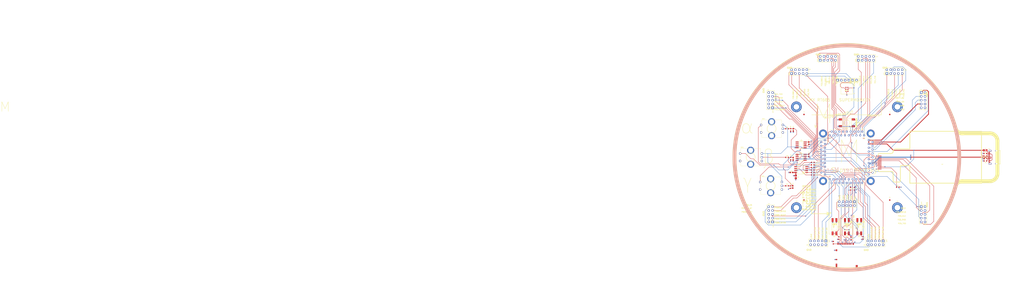
<source format=kicad_pcb>
(kicad_pcb (version 20221018) (generator pcbnew)
  (layers (0 "F.Cu" signal "Top Layer") (1 "In1.Cu" signal "GND-SIG1") (2 "In2.Cu" signal "GND-SIG2") (31 "B.Cu" signal "Bottom Layer") (34 "B.Paste" user "Bottom Paste") (35 "F.Paste" user "Top Paste") (36 "B.SilkS" user "Bottom Overlay") (37 "F.SilkS" user "Top Overlay") (38 "B.Mask" user "Bottom Solder") (39 "F.Mask" user "Top Solder") (44 "Edge.Cuts" user))
  (net 0 "")
  (net 1 "PIO2_10")
  (net 2 "PDM_DATA_67")
  (net 3 "NetR22_2")
  (net 4 "NetR21_2")
  (net 5 "NetR20_2")
  (net 6 "NetR19_2")
  (net 7 "NetR18_2")
  (net 8 "NetR17_2")
  (net 9 "TEMP_SENSE")
  (net 10 "RST")
  (net 11 "POT_SW3")
  (net 12 "POT_SW2")
  (net 13 "POT_SW1")
  (net 14 "POT3")
  (net 15 "POT2")
  (net 16 "POT1")
  (net 17 "PMIC_ON")
  (net 18 "PDM_DAT_45")
  (net 19 "PDM_DAT_67")
  (net 20 "PDM_CLK_45")
  (net 21 "NetR2_2")
  (net 22 "NetPOT3_2")
  (net 23 "NetPOT2_2")
  (net 24 "NetPOT1_2")
  (net 25 "LCD_EXTCOM")
  (net 26 "LCD_DISP")
  (net 27 "ISP0")
  (net 28 "ISP1")
  (net 29 "ISP2")
  (net 30 "FC5_TXD")
  (net 31 "FC5_SSEL0")
  (net 32 "FC5_RXD")
  (net 33 "FC5_CLK")
  (net 34 "FC4_TXD")
  (net 35 "FC4_SSEL1")
  (net 36 "FC4_SSEL0")
  (net 37 "FC4_RXD")
  (net 38 "FC4_CLK")
  (net 39 "FC3_TXD")
  (net 40 "FC3_SSEL1")
  (net 41 "FC3_SSEL0")
  (net 42 "FC3_RXD")
  (net 43 "FC3_CLK")
  (net 44 "FC2_TXD")
  (net 45 "FC2_SSEL1")
  (net 46 "FC2_SSEL0")
  (net 47 "FC2_RXD")
  (net 48 "FC2_CLK")
  (net 49 "FC1_TXD")
  (net 50 "FC1_SSEL1")
  (net 51 "FC1_SSEL0")
  (net 52 "FC1_RXD")
  (net 53 "FC1_CLK")
  (net 54 "FC0_TXD")
  (net 55 "FC0_SSEL1")
  (net 56 "FC0_SSEL0")
  (net 57 "FC0_RXD")
  (net 58 "FC0_CLK")
  (net 59 "+VBATT_BU")
  (net 60 "NetC3_2")
  (net 61 "PDM_DAT_23")
  (net 62 "PDM_DAT_01")
  (net 63 "PDM_CLK_23")
  (net 64 "PDM_CLK_01")
  (net 65 "FS0B_DATA3")
  (net 66 "FS0B_DATA2")
  (net 67 "FS0B_DATA1")
  (net 68 "FS0B_DATA0")
  (net 69 "FS0B_CS")
  (net 70 "FS0B_CLK")
  (net 71 "USB_P")
  (net 72 "USB_N")
  (net 73 "SYS_SDA")
  (net 74 "SYS_SCL")
  (net 75 "SD_D3")
  (net 76 "SD_D2")
  (net 77 "SD_D1")
  (net 78 "SD_D0")
  (net 79 "SD_CMD")
  (net 80 "SD_CLK")
  (net 81 "SD_CD")
  (net 82 "NetJ5_B5")
  (net 83 "NetJ5_A5")
  (net 84 "+VUSB_RAW")
  (net 85 "NetC2_2")
  (net 86 "NetC1_2")
  (net 87 "MCLK")
  (net 88 "GND")
  (net 89 "+VBATT")
  (net 90 "+ADC_VREF")
  (net 91 "+5vUSB")
  (net 92 "+3v3")
  (footprint "Capacitors - TDK- AEC-Q200.DbLib:C0603_0.90MM_MD" (layer "F.Cu") (at 99.736495 124.79934 90)
    (fp_text reference "C3")
    (fp_text value "0.1µF" hide)
  )
  (footprint "Resistors - Panasonic - AEC-Q200.DbLib:R0603_0.55MM_MD" (layer "F.Cu") (at 95.926495 124.03734)
    (fp_text reference "R12")
    (fp_text value "0" hide)
  )
  (footprint "Resistors - Panasonic - AEC-Q200.DbLib:R0603_0.55MM_MD" (layer "F.Cu") (at 126.787495 162.01034 90)
    (fp_text reference "R1" hide)
    (fp_text value "100k" hide)
  )
  (footprint "eIC_Package.pcblib:SOT143B" (layer "F.Cu") (at 227.320695 105.92214)
    (fp_text reference "U2")
    (fp_text value "PRTR5V0U2X,215" hide)
  )
  (footprint "Resistors - Panasonic - AEC-Q200.DbLib:R0603_0.55MM_MD" (layer "F.Cu") (at 113.071495 113.49634 180)
    (fp_text reference "R22")
    (fp_text value "0" hide)
  )
  (footprint "wn__Fiducial.PcbLib:Fiducial 1mm - 2mm" (layer "F.Cu") (at 107.229495 133.56234 180)
    (fp_text reference "F3")
    (fp_text value "PCB Fiducial" hide)
  )
  (footprint "emodule.pcblib:RT_SUPER_C" (layer "F.Cu") (at 135.804495 104.98734)
    (fp_text reference "U3" hide)
    (fp_text value "=Value" hide)
  )
  (footprint "wn___connector__Header.PcbLib:HEADER 2X5 .100{dblquote}" (layer "F.Cu") (at 85.004495 143.08734 90)
    (fp_text reference "J14")
    (fp_text value "HDR_2x5" hide)
  )
  (footprint "wn__Fiducial.PcbLib:Fiducial 1mm - 2mm" (layer "F.Cu") (at 107.229495 76.41234 180)
    (fp_text reference "F4")
    (fp_text value "PCB Fiducial" hide)
  )
  (footprint "wn___connector__Header.PcbLib:HEADER 2X5 .100{dblquote}" (layer "F.Cu") (at 85.004495 66.88734 90)
    (fp_text reference "J9")
    (fp_text value "HDR_2x5" hide)
  )
  (footprint "wn__Fiducial.PcbLib:Fiducial 1mm - 2mm" (layer "F.Cu") (at 164.379495 76.41234 180)
    (fp_text reference "F1")
    (fp_text value "PCB Fiducial" hide)
  )
  (footprint "Capacitors - TDK- AEC-Q200.DbLib:C0603_0.90MM_MD" (layer "F.Cu") (at 110.404495 103.71734 90)
    (fp_text reference "C7")
    (fp_text value "0.1µF" hide)
  )
  (footprint "wn__Mechanical.PcbLib:6-32 X 0" (layer "F.Cu") (at 169.459495 71.33234 180)
    (fp_text reference "H1")
    (fp_text value "6-32 Hole" hide)
  )
  (footprint "wn__Fiducial.PcbLib:Fiducial 1mm - 2mm" (layer "F.Cu") (at 164.379495 133.56234 180)
    (fp_text reference "F2")
    (fp_text value "PCB Fiducial" hide)
  )
  (footprint "wn__Mechanical.PcbLib:6-32 X 0" (layer "F.Cu") (at 102.149495 138.64234 180)
    (fp_text reference "H3")
    (fp_text value "6-32 Hole" hide)
  )
  (footprint "Resistors - Panasonic - AEC-Q200.DbLib:R0603_0.55MM_MD" (layer "F.Cu") (at 95.926495 85.93734)
    (fp_text reference "R8")
    (fp_text value "0" hide)
  )
  (footprint "wn__IC__Package.pcblib:SOIC127P830X200-8L" (layer "F.Cu") (at 105.324495 113.24234 180)
    (fp_text reference "U6")
    (fp_text value "W25Q64JVSIM" hide)
  )
  (footprint "Resistors - Panasonic - AEC-Q200.DbLib:R0603_0.55MM_MD" (layer "F.Cu") (at 98.339495 86.69934 90)
    (fp_text reference "R9")
    (fp_text value "100k" hide)
  )
  (footprint "wn___connector__Header.PcbLib:HEADER 2X5 .100{dblquote}" (layer "F.Cu") (at 148.504495 38.94734)
    (fp_text reference "J12")
    (fp_text value "HDR_2x5" hide)
  )
  (footprint "wn__Mechanical.PcbLib:6-32 X 0" (layer "F.Cu") (at 169.459495 138.64234 180)
    (fp_text reference "H2")
    (fp_text value "6-32 Hole" hide)
  )
  (footprint "wn__Display.PcbLib:ER-TFT020-2 - FULL" (layer "F.Cu") (at 201.641295 104.98734 -90)
    (fp_text reference "U1")
    (fp_text value "ER-TFT1.54-1" hide)
  )
  (footprint "wn__Potentiometer.PcbLib:PRS11R425FS103B1" (layer "F.Cu") (at 71.669495 104.98734 90)
    (fp_text reference "POT2")
    (fp_text value "PRS11R-425F-S103B1" hide)
  )
  (footprint "Resistors - Panasonic - AEC-Q200.DbLib:R0603_0.55MM_MD" (layer "F.Cu") (at 130.470495 158.96234 -90)
    (fp_text reference "R14")
    (fp_text value "1k" hide)
  )
  (footprint "Resistors - Panasonic - AEC-Q200.DbLib:R0603_0.55MM_MD" (layer "F.Cu") (at 228.057295 102.44734)
    (fp_text reference "R4")
    (fp_text value "5.1k" hide)
  )
  (footprint "eConnector_SD.PcbLib:DM3AT-SF-PEJM5" (layer "F.Cu") (at 135.269495 178.82234)
    (fp_text reference "J2" hide)
    (fp_text value "DM3AT-SF-PEJM5" hide)
  )
  (footprint "Resistors - Panasonic - AEC-Q200.DbLib:R0603_0.55MM_MD" (layer "F.Cu") (at 95.926495 105.06354)
    (fp_text reference "R10")
    (fp_text value "0" hide)
  )
  (footprint "C:_Users_emh20_OneDrive_Altium_Libraries_Eli_DB_PCB_R0603.PcbLib_R0603_0.55MM_MD" (layer "F.Cu") (at 140.833695 126.01854 -90)
    (fp_text reference "R7")
    (fp_text value "2.2k" hide)
  )
  (footprint "AU0006A.PcbLib:R0603_0.55MM_MD" (layer "F.Cu") (at 169.738895 124.95174 180)
    (fp_text reference "R2")
    (fp_text value "33" hide)
  )
  (footprint "C:_Users_emh20_OneDrive_Altium_Libraries_Eli_DB_PCB_R0603.PcbLib_R0603_0.55MM_MD" (layer "F.Cu") (at 138.293695 126.00634 -90)
    (fp_text reference "R6")
    (fp_text value "2.2k" hide)
  )
  (footprint "wn__ElectroMechanical.PcbLib:FSM4JSMA" (layer "F.Cu") (at 135.804495 82.00034 -90)
    (fp_text reference "SW1")
    (fp_text value "FSM4JSMATR" hide)
  )
  (footprint "AU0006A.PcbLib:SOIC 8" (layer "F.Cu") (at 105.324495 104.98734 -90)
    (fp_text reference "U4")
    (fp_text value "MCP6002-I/SN" hide)
  )
  (footprint "wn___connector__Header.PcbLib:HEADER 2X5 .100{dblquote}" (layer "F.Cu") (at 186.604495 143.08734 -90)
    (fp_text reference "J13")
    (fp_text value "HDR_2x5" hide)
  )
  (footprint "AU0006A.PcbLib:C0603_0.90MM_MD" (layer "F.Cu") (at 98.860495 115.14734)
    (fp_text reference "C6")
    (fp_text value "0.1µF" hide)
  )
  (footprint "Resistors - Panasonic - AEC-Q200.DbLib:R0603_0.55MM_MD" (layer "F.Cu") (at 98.339495 105.87634 90)
    (fp_text reference "R11")
    (fp_text value "100k" hide)
  )
  (footprint "wn__Mechanical.PcbLib:6-32 X 0" (layer "F.Cu") (at 102.149495 71.33234 180)
    (fp_text reference "H4")
    (fp_text value "6-32 Hole" hide)
  )
  (footprint "Capacitors - Murata - AEC-Q200.DbLib:C0805_1.45MM_MD" (layer "F.Cu") (at 228.006495 100.36454 180)
    (fp_text reference "L1")
    (fp_text value "CBC2012T4R7M" hide)
  )
  (footprint "wn__ElectroMechanical.PcbLib:CTS 1-POS DPST" (layer "F.Cu") (at 144.059495 151.34234 180)
    (fp_text reference "SW4")
    (fp_text value "SWITCH DIP DPST 1POS SMT" hide)
  )
  (footprint "Resistors - Panasonic - AEC-Q200.DbLib:R0603_0.55MM_MD" (layer "F.Cu") (at 98.187095 124.92634 90)
    (fp_text reference "R13")
    (fp_text value "100k" hide)
  )
  (footprint "AU0006A.PcbLib:12402012E212A" (layer "F.Cu") (at 238.039495 104.98734 90)
    (fp_text reference "J5")
    (fp_text value "12402012E212A" hide)
  )
  (footprint "Resistors - Panasonic - AEC-Q200.DbLib:R0603_0.55MM_MD" (layer "F.Cu") (at 113.071495 115.14734 180)
    (fp_text reference "R17")
    (fp_text value "0" hide)
  )
  (footprint "wn__ElectroMechanical.PcbLib:CTS 1-POS DPST" (layer "F.Cu") (at 127.549495 151.34234 180)
    (fp_text reference "SW2")
    (fp_text value "SWITCH DIP DPST 1POS SMT" hide)
  )
  (footprint "Capacitors - TDK- AEC-Q200.DbLib:C0603_0.90MM_MD" (layer "F.Cu") (at 100.117495 86.69934 90)
    (fp_text reference "C1")
    (fp_text value "0.1µF" hide)
  )
  (footprint "wn___connector__Debug.PcbLib:TC2030" (layer "F.Cu") (at 131.740495 55.58434 -90)
    (fp_text reference "J6")
    (fp_text value "TC2030‐CTL‐NL" hide)
  )
  (footprint "AU0006A.PcbLib:C0805_1.45MM_MD" (layer "F.Cu") (at 101.768495 118.08234 90)
    (fp_text reference "C5")
    (fp_text value "4.7µF" hide)
  )
  (footprint "Capacitors - TDK- AEC-Q200.DbLib:C0603_0.90MM_MD" (layer "F.Cu") (at 110.404495 95.58934 90)
    (fp_text reference "C4")
    (fp_text value "0.1µF" hide)
  )
  (footprint "wn___connector__Header.PcbLib:HEADER 2X5 .100{dblquote}" (layer "F.Cu") (at 104.054495 47.83734)
    (fp_text reference "J8")
    (fp_text value "HDR_2x5" hide)
  )
  (footprint "wn___connector__Header.PcbLib:HEADER 2X5 .100{dblquote}" (layer "F.Cu") (at 154.854495 162.13734 180)
    (fp_text reference "J16")
    (fp_text value "HDR_2x5" hide)
  )
  (footprint "AU0006A.PcbLib:SOIC 8" (layer "F.Cu") (at 105.324495 96.73234 -90)
    (fp_text reference "U5")
    (fp_text value "MCP6002-I/SN" hide)
  )
  (footprint "wn__Potentiometer.PcbLib:PRS11R425FS103B1" (layer "F.Cu") (at 85.639495 85.93734 90)
    (fp_text reference "POT1")
    (fp_text value "PRS11R-425F-S103B1" hide)
  )
  (footprint "Resistors - Panasonic - AEC-Q200.DbLib:R0603_0.55MM_MD" (layer "F.Cu") (at 113.071495 110.06734 180)
    (fp_text reference "R20")
    (fp_text value "0" hide)
  )
  (footprint "wn___connector__Header.PcbLib:HEADER 2X5 .100{dblquote}" (layer "F.Cu") (at 123.104495 38.94734)
    (fp_text reference "J11")
    (fp_text value "HDR_2x5" hide)
  )
  (footprint "wn___connector__Header.PcbLib:HEADER 2X5 .100{dblquote}" (layer "F.Cu") (at 167.554495 47.83734)
    (fp_text reference "J10")
    (fp_text value "HDR_2x5" hide)
  )
  (footprint "Resistors - Panasonic - AEC-Q200.DbLib:R0603_0.55MM_MD" (layer "F.Cu") (at 146.599495 158.83534 -90)
    (fp_text reference "R16")
    (fp_text value "1k" hide)
  )
  (footprint "wn___connector__Header.PcbLib:HEADER 2X5 .100{dblquote}" (layer "F.Cu") (at 186.604495 66.88734 -90)
    (fp_text reference "J7")
    (fp_text value "HDR_2x5" hide)
  )
  (footprint "wn___connector__Header.PcbLib:0901200126" (layer "F.Cu") (at 135.906095 53.55234)
    (fp_text reference "J4")
    (fp_text value "TSM-106-01-T-SV" hide)
  )
  (footprint "Resistors - Panasonic - AEC-Q200.DbLib:R0603_0.55MM_MD" (layer "F.Cu") (at 113.134495 108.41634 180)
    (fp_text reference "R19")
    (fp_text value "0" hide)
  )
  (footprint "Resistors - Panasonic - AEC-Q200.DbLib:R0603_0.55MM_MD" (layer "F.Cu") (at 113.071495 111.84534 180)
    (fp_text reference "R21")
    (fp_text value "0" hide)
  )
  (footprint "RT_SUPER_C__HOST.PcbLib:HEADER 2x5 .100{dblquote}" (layer "F.Cu") (at 135.804495 135.97534 180)
    (fp_text reference "J1")
    (fp_text value "HDR_2x5" hide)
  )
  (footprint "Resistors - Panasonic - AEC-Q200.DbLib:R0603_0.55MM_MD" (layer "F.Cu") (at 113.071495 116.79834 180)
    (fp_text reference "R18")
    (fp_text value "0" hide)
  )
  (footprint "wn__Potentiometer.PcbLib:PRS11R425FS103B1" (layer "F.Cu") (at 85.004495 124.03734 90)
    (fp_text reference "POT3")
    (fp_text value "PRS11R-425F-S103B1" hide)
  )
  (footprint "wn__ElectroMechanical.PcbLib:CTS 1-POS DPST" (layer "F.Cu") (at 135.804495 151.34234 180)
    (fp_text reference "SW3")
    (fp_text value "SWITCH DIP DPST 1POS SMT" hide)
  )
  (footprint "wn___connector__Header.PcbLib:HEADER 2X5 .100{dblquote}" (layer "F.Cu") (at 116.754495 162.13734 180)
    (fp_text reference "J15")
    (fp_text value "HDR_2x5" hide)
  )
  (footprint "Resistors - Panasonic - AEC-Q200.DbLib:R0603_0.55MM_MD" (layer "F.Cu") (at 138.598495 159.08934 -90)
    (fp_text reference "R15")
    (fp_text value "1k" hide)
  )
  (footprint "Resistors - Panasonic - AEC-Q200.DbLib:R0603_0.55MM_MD" (layer "F.Cu") (at 228.108095 107.45114)
    (fp_text reference "R5")
    (fp_text value "5.1k" hide)
  )
  (footprint "Capacitors - TDK- AEC-Q200.DbLib:C0603_0.90MM_MD" (layer "F.Cu") (at 99.990495 106.00334 90)
    (fp_text reference "C2")
    (fp_text value "0.1µF" hide)
  )
  (gr_circle (center 135.804495 105.24134) (end 135.804495 30.31134) (stroke (width 2.54)) (fill none) (layer "B.SilkS"))
  (gr_line (start 213.194705 88.98534) (end 231.054495 88.98534) (stroke (width 2.54)) (layer "F.SilkS"))
  (gr_arc (start 208.211622 124.267194) (mid 60.874499 105.00867) (end 208.200634 85.666266) (stroke (width 2.54)) (layer "F.SilkS"))
  (gr_arc (start 236.134495 115.90934) (mid 234.646597 119.501442) (end 231.054495 120.98934) (stroke (width 2.54)) (layer "F.SilkS"))
  (gr_line (start 112.411095 76.64094) (end 158.766095 76.64094) (stroke (width 0.254)) (layer "F.SilkS"))
  (gr_arc (start 208.172901 124.282391) (mid 209.955231 121.867585) (end 212.817294 120.963935) (stroke (width 2.54)) (layer "F.SilkS"))
  (gr_arc (start 213.194715 89.071716) (mid 210.102325 88.242143) (end 208.200659 85.666346) (stroke (width 2.54)) (layer "F.SilkS"))
  (gr_line (start 158.766095 76.64094) (end 158.766095 66.45554) (stroke (width 0.254)) (layer "F.SilkS"))
  (gr_arc (start 231.054495 88.98534) (mid 234.646597 90.473238) (end 236.134495 94.06534) (stroke (width 2.54)) (layer "F.SilkS"))
  (gr_line (start 236.134495 115.90934) (end 236.134495 94.06534) (stroke (width 2.54)) (layer "F.SilkS"))
  (gr_line (start 212.817295 120.98934) (end 231.054495 120.98934) (stroke (width 2.54)) (layer "F.SilkS"))
  (gr_poly (pts (xy 123.802995 142.64284) (xy 122.405995 141.24584) (xy 122.405995 144.03984)) (fill solid) (layer "F.SilkS"))
  (gr_rect (start 141.646495 85.02294) (end 142.662495 78.90154) (fill solid) (layer "F.SilkS"))
  (gr_poly (pts (xy 122.469495 142.45234) (xy 112.436495 142.45234) (xy 112.436495 139.91234) (xy 112.055495 139.91234) (xy 112.055495 142.83334) (xy 122.469495 142.83334)) (fill solid) (layer "F.SilkS"))
  (gr_line (start 237.404495 94.06534) (end 237.404495 115.90934) (stroke (width 0.05)) (layer "Edge.Cuts"))
  (gr_arc (start 212.004306 87.715227) (mid 210.360278 87.068355) (end 209.489892 85.530935) (stroke (width 0.05)) (layer "Edge.Cuts"))
  (gr_line (start 212.004306 87.715227) (end 212.004315 87.71523) (stroke (width 0.05)) (layer "Edge.Cuts"))
  (gr_arc (start 231.054495 87.71534) (mid 235.544632 89.575205) (end 237.404495 94.06534) (stroke (width 0.05)) (layer "Edge.Cuts"))
  (gr_line (start 209.481988 85.533025) (end 209.481985 85.53303) (stroke (width 0.05)) (layer "Edge.Cuts"))
  (gr_line (start 209.481985 85.53303) (end 209.489892 85.530935) (stroke (width 0.05)) (layer "Edge.Cuts"))
  (gr_arc (start 237.404495 115.90934) (mid 235.544618 120.399455) (end 231.054495 122.25934) (stroke (width 0.05)) (layer "Edge.Cuts"))
  (gr_line (start 212.004315 87.71523) (end 231.054495 87.71534) (stroke (width 0.05)) (layer "Edge.Cuts"))
  (gr_arc (start 209.490052 124.443636) (mid 59.597697 105.019393) (end 209.481988 85.533025) (stroke (width 0.05)) (layer "Edge.Cuts"))
  (gr_line (start 231.054495 122.25934) (end 212.004467 122.259343) (stroke (width 0.05)) (layer "Edge.Cuts"))
  (gr_line (start 209.490055 124.44364) (end 209.490052 124.443636) (stroke (width 0.05)) (layer "Edge.Cuts"))
  (gr_arc (start 209.490052 124.443637) (mid 210.360454 122.906223) (end 212.004467 122.259343) (stroke (width 0.05)) (layer "Edge.Cuts"))
  (gr_text "GND" (at 110.542865 166.84072 360) (layer "F.SilkS") (effects (font (size 1.0795 1.0795) (thickness 0.254) bold)))
  (gr_text "1  0  0" (at 108.905895 134.29894 360) (layer "F.SilkS") (effects (font (size 0.9525 0.9525) (thickness 0.254) bold) (justify bottom)))
  (gr_text "1" (at 127.219295 146.44014 360) (layer "F.SilkS") (effects (font (size 0.762 0.762) (thickness 0.254) bold) (justify left bottom)))
  (gr_text "PDM_DAT_67" (at 155.273585 159.19094 90) (layer "F.SilkS") (effects (font (size 0.8255 0.8255) (thickness 0.254) bold) (justify left bottom)))
  (gr_text "1  1  1" (at 108.905895 140.01394 360) (layer "F.SilkS") (effects (font (size 0.9525 0.9525) (thickness 0.254) bold) (justify bottom)))
  (gr_text "GND" (at 189.114715 63.12814 270) (layer "F.SilkS") (effects (font (size 1.0795 1.0795) (thickness 0.254) bold)))
  (gr_text "ISP0" (at 136.744295 133.05434 90) (layer "F.SilkS") (effects (font (size 0.8255 0.8255) (thickness 0.254) bold) (justify left bottom)))
  (gr_text "SDIO0 [SD CARD]" (at 115.284915 128.67284) (layer "F.SilkS") (effects (font (size 0.8255 0.8255) (thickness 0.254) bold) (justify right)))
  (gr_text "FC0_RXD" (at 107.684205 59.26734 90) (layer "F.SilkS") (effects (font (size 0.8255 0.8255) (thickness 0.254) bold) (justify right)))
  (gr_text "SDA" (at 139.233495 133.05434 90) (layer "F.SilkS") (effects (font (size 0.8255 0.8255) (thickness 0.254) bold) (justify left bottom)))
  (gr_text "GND" (at 148.693665 166.91692 360) (layer "F.SilkS") (effects (font (size 1.0795 1.0795) (thickness 0.254) bold)))
  (gr_text "ISP[2:0]" (at 108.880495 124.92634 360) (layer "F.SilkS") (effects (font (size 0.9525 0.9525) (thickness 0.254) bold) (justify bottom)))
  (gr_text "+3v3" (at 150.688895 159.57194 90) (layer "F.SilkS") (effects (font (size 0.8255 0.8255) (thickness 0.254) bold) (justify left bottom)))
  (gr_text "FC5_TXD" (at 175.250695 149.20625 360) (layer "F.SilkS") (effects (font (size 0.8255 0.8255) (thickness 0.254) bold) (justify right)))
  (gr_text "FC3_SSEL0" (at 119.058365 50.63134 90) (layer "F.SilkS") (effects (font (size 0.8255 0.8255) (thickness 0.254) bold) (justify right)))
  (gr_text "GND" (at 80.250315 60.48654 270) (layer "F.SilkS") (effects (font (size 1.0795 1.0795) (thickness 0.254) bold)))
  (gr_text "1  0  1" (at 108.905895 136.20394 360) (layer "F.SilkS") (effects (font (size 0.9525 0.9525) (thickness 0.254) bold) (justify bottom)))
  (gr_text "FC4_CLK" (at 149.594205 50.42814 90) (layer "F.SilkS") (effects (font (size 0.8255 0.8255) (thickness 0.254) bold) (justify right)))
  (gr_text "ISP1" (at 134.102695 133.05434 90) (layer "F.SilkS") (effects (font (size 0.8255 0.8255) (thickness 0.254) bold) (justify left bottom)))
  (gr_text "TMP" (at 189.125485 62.81915 360) (layer "F.SilkS") (effects (font (size 0.8255 0.8255) (thickness 0.254) bold) (justify right)))
  (gr_text "+3v3" (at 112.538095 159.54654 90) (layer "F.SilkS") (effects (font (size 0.8255 0.8255) (thickness 0.254) bold) (justify left bottom)))
  (gr_text "MCLK" (at 175.199895 138.96016 360) (layer "F.SilkS") (effects (font (size 0.8255 0.8255) (thickness 0.254) bold) (justify right)))
  (gr_text "PDM_CLK_67" (at 152.682785 159.19094 90) (layer "F.SilkS") (effects (font (size 0.8255 0.8255) (thickness 0.254) bold) (justify left bottom)))
  (gr_text "ISP2" (at 131.537295 133.05434 90) (layer "F.SilkS") (effects (font (size 0.8255 0.8255) (thickness 0.254) bold) (justify left bottom)))
  (gr_text "FC1_SSEL1" (at 87.468295 70.49165) (layer "F.SilkS") (effects (font (size 0.8255 0.8255) (thickness 0.254) bold) (justify left)))
  (gr_text "USB-UART" (at 143.673385 54.66575 360) (layer "F.SilkS") (effects (font (size 0.8255 0.8255) (thickness 0.254) bold) (justify right)))
  (gr_text "FC5_CLK" (at 175.199895 144.22785 360) (layer "F.SilkS") (effects (font (size 0.8255 0.8255) (thickness 0.254) bold) (justify right)))
  (gr_text "W" (at 115.087735 85.45474 360) (layer "F.SilkS") (effects (font (size 1.905 1.905) (thickness 0.254)) (justify bottom)))
  (gr_text "USB-UART" (at 139.863385 60.40615 360) (layer "F.SilkS") (effects (font (size 0.8255 0.8255) (thickness 0.254) bold) (justify right)))
  (gr_text "FC3_TXD" (at 129.248795 50.63134 90) (layer "F.SilkS") (effects (font (size 0.8255 0.8255) (thickness 0.254) bold) (justify right)))
  (gr_text "PDM_DAT_45" (at 160.302785 159.19094 90) (layer "F.SilkS") (effects (font (size 0.8255 0.8255) (thickness 0.254) bold) (justify left bottom)))
  (gr_text "PDM_CLK_01" (at 120.285095 159.59734 90) (layer "F.SilkS") (effects (font (size 0.8255 0.8255) (thickness 0.254) bold) (justify left bottom)))
  (gr_text "FLEX SPI A" (at 115.599095 132.43204) (layer "F.SilkS") (effects (font (size 0.8255 0.8255) (thickness 0.254) bold) (justify right)))
  (gr_text "FC2_RXD" (at 171.184205 59.29274 90) (layer "F.SilkS") (effects (font (size 0.8255 0.8255) (thickness 0.254) bold) (justify right)))
  (gr_text "PDM_DAT_23" (at 117.770495 159.62273 90) (layer "F.SilkS") (effects (font (size 0.8255 0.8255) (thickness 0.254) bold) (justify left bottom)))
  (gr_text "0" (at 140.478095 144.49386) (layer "F.SilkS") (effects (font (size 1.27 1.27) (thickness 0.254) bold)))
  (gr_text "GND" (at 116.678295 36.38632 360) (layer "F.SilkS") (effects (font (size 1.0795 1.0795) (thickness 0.254) bold)))
  (gr_text "γ" (at 65.820765 126.50345 360) (layer "F.SilkS") (effects (font (size 9.525 9.525) (thickness 0.254)) (justify left bottom)))
  (gr_text "MK76 BREAKOUT" (at 130.303245 76.76842 12) (layer "F.SilkS") (effects (font (size 1.5875 1.5875) (thickness 0.254) bold)))
  (gr_text "0  0  1" (at 108.905895 128.58394 360) (layer "F.SilkS") (effects (font (size 0.9525 0.9525) (thickness 0.254) bold) (justify bottom)))
  (gr_text "FC1_SSEL0" (at 87.595295 73.05705) (layer "F.SilkS") (effects (font (size 0.8255 0.8255) (thickness 0.254) bold) (justify left)))
  (gr_text "+VBATT" (at 174.158495 62.80975 360) (layer "F.SilkS") (effects (font (size 0.8255 0.8255) (thickness 0.254) bold) (justify right)))
  (gr_text "0  1  0" (at 108.905895 130.48894 360) (layer "F.SilkS") (effects (font (size 0.9525 0.9525) (thickness 0.254) bold) (justify bottom)))
  (gr_text "FC0_SSEL1" (at 102.578805 59.26734 90) (layer "F.SilkS") (effects (font (size 0.8255 0.8255) (thickness 0.254) bold) (justify right)))
  (gr_text "GND" (at 142.078295 36.38632 360) (layer "F.SilkS") (effects (font (size 1.0795 1.0795) (thickness 0.254) bold)))
  (gr_text "GND" (at 161.128295 45.25092 360) (layer "F.SilkS") (effects (font (size 1.0795 1.0795) (thickness 0.254) bold)))
  (gr_text "FC5_SSEL0" (at 175.250695 141.61165 360) (layer "F.SilkS") (effects (font (size 0.8255 0.8255) (thickness 0.254) bold) (justify right)))
  (gr_text "FC0_TXD" (at 140.780405 52.23154 90) (layer "F.SilkS") (effects (font (size 0.8255 0.8255) (thickness 0.254) bold) (justify right)))
  (gr_text "0  0  0" (at 108.905895 126.67894 360) (layer "F.SilkS") (effects (font (size 0.9525 0.9525) (thickness 0.254) bold) (justify bottom)))
  (gr_text "FS0B_DATA2" (at 87.595295 144.07794) (layer "F.SilkS") (effects (font (size 0.8255 0.8255) (thickness 0.254) bold) (justify left bottom)))
  (gr_text "FC0_SSEL0" (at 100.064205 59.29274 90) (layer "F.SilkS") (effects (font (size 0.8255 0.8255) (thickness 0.254) bold) (justify right)))
  (gr_text "PMIC_ON" (at 174.158495 67.95165 360) (layer "F.SilkS") (effects (font (size 0.8255 0.8255) (thickness 0.254) bold) (justify right)))
  (gr_text "SCL" (at 141.722695 133.05434 90) (layer "F.SilkS") (effects (font (size 0.8255 0.8255) (thickness 0.254) bold) (justify left bottom)))
  (gr_text "GND" (at 189.190915 136.67251 270) (layer "F.SilkS") (effects (font (size 1.0795 1.0795) (thickness 0.254) bold)))
  (gr_text "0  1  1" (at 108.905895 132.39394 360) (layer "F.SilkS") (effects (font (size 0.9525 0.9525) (thickness 0.254) bold) (justify bottom)))
  (gr_text "FS0B_CS" (at 72.761695 136.93805) (layer "F.SilkS") (effects (font (size 0.8255 0.8255) (thickness 0.254) bold) (justify right)))
  (gr_text "FC4_SSEL0" (at 144.514205 50.40274 90) (layer "F.SilkS") (effects (font (size 0.8255 0.8255) (thickness 0.254) bold) (justify right)))
  (gr_text "FC4_TXD" (at 154.623405 50.42814 90) (layer "F.SilkS") (effects (font (size 0.8255 0.8255) (thickness 0.254) bold) (justify right)))
  (gr_text "1" (at 143.729295 146.38934 360) (layer "F.SilkS") (effects (font (size 0.762 0.762) (thickness 0.254) bold) (justify left bottom)))
  (gr_text "1  1  0" (at 108.905895 138.10894 360) (layer "F.SilkS") (effects (font (size 0.9525 0.9525) (thickness 0.254) bold) (justify bottom)))
  (gr_text "i.MX RT685    SUPERMONKEY" (at 130.094255 66.72855 360) (layer "F.SilkS") (effects (font (size 1.905 1.905) (thickness 0.254) bold)))
  (gr_text "PDM_CLK_45" (at 157.813585 159.21634 90) (layer "F.SilkS") (effects (font (size 0.8255 0.8255) (thickness 0.254) bold) (justify left bottom)))
  (gr_text "RESERVED" (at 115.230495 126.67391) (layer "F.SilkS") (effects (font (size 0.8255 0.8255) (thickness 0.254) bold) (justify right)))
  (gr_text "FC0_TXD" (at 110.148005 59.24194 90) (layer "F.SilkS") (effects (font (size 0.8255 0.8255) (thickness 0.254) bold) (justify right)))
  (gr_text "PDM_DAT_01" (at 122.850495 159.54654 90) (layer "F.SilkS") (effects (font (size 0.8255 0.8255) (thickness 0.254) bold) (justify left bottom)))
  (gr_text "SDIO0 [eMMC]" (at 115.230495 134.36244) (layer "F.SilkS") (effects (font (size 0.8255 0.8255) (thickness 0.254) bold) (justify right)))
  (gr_text "FC2_TXD" (at 173.698805 59.26734 90) (layer "F.SilkS") (effects (font (size 0.8255 0.8255) (thickness 0.254) bold) (justify right)))
  (gr_text "1" (at 132.183225 144.55178) (layer "F.SilkS") (effects (font (size 1.27 1.27) (thickness 0.254) bold)))
  (gr_text "α" (at 64.370895 90.0712 360) (layer "F.SilkS") (effects (font (size 9.525 9.525) (thickness 0.254)) (justify left bottom)))
  (gr_text "SERIAL_ISP" (at 115.230495 138.14704) (layer "F.SilkS") (effects (font (size 0.8255 0.8255) (thickness 0.254) bold) (justify right)))
  (gr_text "FS0B_CLK" (at 87.569895 139.07414) (layer "F.SilkS") (effects (font (size 0.8255 0.8255) (thickness 0.254) bold) (justify left bottom)))
  (gr_text "FC0_RXD" (at 138.240405 52.20614 90) (layer "F.SilkS") (effects (font (size 0.8255 0.8255) (thickness 0.254) bold) (justify right)))
  (gr_text "FC4_RXD" (at 152.058005 50.40274 90) (layer "F.SilkS") (effects (font (size 0.8255 0.8255) (thickness 0.254) bold) (justify right)))
  (gr_text "PDMCLK_67" (at 72.761695 139.04625) (layer "F.SilkS") (effects (font (size 0.8255 0.8255) (thickness 0.254) bold) (justify right)))
  (gr_text "FC3_CLK" (at 124.168795 50.63134 90) (layer "F.SilkS") (effects (font (size 0.8255 0.8255) (thickness 0.254) bold) (justify right)))
  (gr_text "0" (at 135.525095 157.31877 360) (layer "F.SilkS") (effects (font (size 0.762 0.762) (thickness 0.254) bold) (justify left bottom)))
  (gr_text "0" (at 127.244695 157.24257 360) (layer "F.SilkS") (effects (font (size 0.762 0.762) (thickness 0.254) bold) (justify left bottom)))
  (gr_text "FLEX SPI B" (at 115.205095 130.45851) (layer "F.SilkS") (effects (font (size 0.8255 0.8255) (thickness 0.254) bold) (justify right)))
  (gr_text "FS0B_DATA1" (at 87.493695 146.61794) (layer "F.SilkS") (effects (font (size 0.8255 0.8255) (thickness 0.254) bold) (justify left bottom)))
  (gr_text "+VBATT_BU" (at 174.107695 65.39617 360) (layer "F.SilkS") (effects (font (size 0.8255 0.8255) (thickness 0.254) bold) (justify right)))
  (gr_text "+3v3" (at 174.158495 73.05535 360) (layer "F.SilkS") (effects (font (size 0.8255 0.8255) (thickness 0.254) bold) (justify right)))
  (gr_text "2023.11.18  A" (at 153.247105 77.23962 360) (layer "F.SilkS") (effects (font (size 0.762 0.762) (thickness 0.254) bold)))
  (gr_text "1" (at 135.525095 146.36394 360) (layer "F.SilkS") (effects (font (size 0.762 0.762) (thickness 0.254) bold) (justify left bottom)))
  (gr_text "FC4_SSEL1" (at 147.054205 50.42814 90) (layer "F.SilkS") (effects (font (size 0.8255 0.8255) (thickness 0.254) bold) (justify right)))
  (gr_text "0" (at 143.703895 157.34417 360) (layer "F.SilkS") (effects (font (size 0.762 0.762) (thickness 0.254) bold) (justify left bottom)))
  (gr_text "GND" (at 124.335665 54.56415 360) (layer "F.SilkS") (effects (font (size 0.8255 0.8255) (thickness 0.254) bold) (justify right)))
  (gr_text "RESERVED" (at 115.649265 136.29284) (layer "F.SilkS") (effects (font (size 0.8255 0.8255) (thickness 0.254) bold) (justify right)))
  (gr_text "FC2_SSEL0" (at 163.538805 59.29274 90) (layer "F.SilkS") (effects (font (size 0.8255 0.8255) (thickness 0.254) bold) (justify right)))
  (gr_text "ISP" (at 123.891895 142.53951) (layer "F.SilkS") (effects (font (size 1.27 1.27) (thickness 0.254) bold)))
  (gr_text "RESET" (at 142.891095 82.46497 360) (layer "F.SilkS") (effects (font (size 0.762 0.762) (thickness 0.254) bold) (justify left bottom)))
  (gr_text "+5vUSB" (at 174.158495 70.48995 360) (layer "F.SilkS") (effects (font (size 0.8255 0.8255) (thickness 0.254) bold) (justify right)))
  (gr_text "FS0B_DATA3" (at 87.569895 141.53794) (layer "F.SilkS") (effects (font (size 0.8255 0.8255) (thickness 0.254) bold) (justify left bottom)))
  (gr_text "GND" (at 80.224915 142.60474 270) (layer "F.SilkS") (effects (font (size 1.0795 1.0795) (thickness 0.254) bold)))
  (gr_text "PDM_CLK_23" (at 115.205095 159.62273 90) (layer "F.SilkS") (effects (font (size 0.8255 0.8255) (thickness 0.254) bold) (justify left bottom)))
  (gr_text "M" (at 112.715895 76.16395) (layer "F.SilkS") (effects (font (size 12.7 12.7) (thickness 0.254)) (justify left)))
  (gr_text "PDMDATA67" (at 72.824365 141.55915) (layer "F.SilkS") (effects (font (size 0.8255 0.8255) (thickness 0.254) bold) (justify right)))
  (gr_text "M" (at -425.225585 71.43373 360) (layer "F.SilkS") (effects (font (size 6.35 6.35) (thickness 0.254) bold)))
  (gr_text "1" (at 128.863555 56.77395 360) (layer "F.SilkS") (effects (font (size 0.8255 0.8255) (thickness 0.254) bold) (justify right)))
  (gr_text "GND" (at 97.628295 45.27632 360) (layer "F.SilkS") (effects (font (size 1.0795 1.0795) (thickness 0.254) bold)))
  (gr_text "FC0_CLK" (at 105.093405 59.24194 90) (layer "F.SilkS") (effects (font (size 0.8255 0.8255) (thickness 0.254) bold) (justify right)))
  (gr_text "β" (at 79.030965 110.14585 360) (layer "F.SilkS") (effects (font (size 9.525 9.525) (thickness 0.254)) (justify left bottom)))
  (gr_text "FC2_CLK" (at 168.618805 59.26734 90) (layer "F.SilkS") (effects (font (size 0.8255 0.8255) (thickness 0.254) bold) (justify right)))
  (gr_text "FC1_RXD" (at 87.544495 65.38625) (layer "F.SilkS") (effects (font (size 0.8255 0.8255) (thickness 0.254) bold) (justify left)))
  (gr_text "FS0B_DATA0" (at 87.569895 149.15794) (layer "F.SilkS") (effects (font (size 0.8255 0.8255) (thickness 0.254) bold) (justify left bottom)))
  (gr_text "SERIAL MASTER" (at 115.463925 139.97584) (layer "F.SilkS") (effects (font (size 0.8255 0.8255) (thickness 0.254) bold) (justify right)))
  (gr_text "2" (at 123.902825 144.47558) (layer "F.SilkS") (effects (font (size 1.27 1.27) (thickness 0.254) bold)))
  (gr_text "FC3_SSEL1" (at 121.628795 50.63134 90) (layer "F.SilkS") (effects (font (size 0.8255 0.8255) (thickness 0.254) bold) (justify right)))
  (gr_text "FC1_CLK" (at 87.620695 67.92625) (layer "F.SilkS") (effects (font (size 0.8255 0.8255) (thickness 0.254) bold) (justify left)))
  (gr_text "FC5_RXD" (at 175.174495 146.69165 360) (layer "F.SilkS") (effects (font (size 0.8255 0.8255) (thickness 0.254) bold) (justify right)))
  (gr_text "FC3_RXD" (at 126.708795 50.63134 90) (layer "F.SilkS") (effects (font (size 0.8255 0.8255) (thickness 0.254) bold) (justify right)))
  (gr_text "FC1_TXD" (at 87.519095 62.89705) (layer "F.SilkS") (effects (font (size 0.8255 0.8255) (thickness 0.254) bold) (justify left)))
  (gr_text "FC2_SSEL1" (at 166.104205 59.29274 90) (layer "F.SilkS") (effects (font (size 0.8255 0.8255) (thickness 0.254) bold) (justify right)))
  (segment (start 143.424495 125.12954) (end 143.424495 122.13234) (width 0.2032) (layer "B.Cu") (net 1))
  (segment (start 143.424495 125.12954) (end 149.774495 131.47954) (width 0.2032) (layer "B.Cu") (net 1))
  (segment (start 149.774495 160.86734) (end 149.774495 131.47954) (width 0.2032) (layer "B.Cu") (net 1))
  (segment (start 111.191895 113.42014) (end 111.268095 113.49634) (width 0.2032) (layer "F.Cu") (net 3))
  (segment (start 101.827695 113.67414) (end 102.860695 113.67414) (width 0.2032) (layer "F.Cu") (net 3))
  (segment (start 111.268095 113.49634) (end 112.246495 113.49634) (width 0.2032) (layer "F.Cu") (net 3))
  (segment (start 101.624495 113.87734) (end 101.827695 113.67414) (width 0.2032) (layer "F.Cu") (net 3))
  (via (at 111.191895 113.42014) (size 0.7112) (drill 0.3048) (layers "F.Cu" "B.Cu") (net 3))
  (via (at 102.860695 113.67414) (size 0.7112) (drill 0.3048) (layers "F.Cu" "B.Cu") (net 3))
  (segment (start 102.860695 113.67414) (end 103.114695 113.42014) (width 0.2032) (layer "B.Cu") (net 3))
  (segment (start 103.114695 113.42014) (end 111.191895 113.42014) (width 0.2032) (layer "B.Cu") (net 3))
  (segment (start 109.024495 112.60734) (end 110.598685 112.60734) (width 0.2032) (layer "F.Cu") (net 4))
  (segment (start 110.598685 112.60734) (end 111.360685 111.84534) (width 0.2032) (layer "F.Cu") (net 4))
  (segment (start 111.360685 111.84534) (end 112.246495 111.84534) (width 0.2032) (layer "F.Cu") (net 4))
  (segment (start 106.632215 113.05146) (end 106.632215 110.84241) (width 0.2032) (layer "F.Cu") (net 5))
  (segment (start 107.458095 113.87734) (end 109.024495 113.87734) (width 0.2032) (layer "F.Cu") (net 5))
  (segment (start 106.632215 110.84241) (end 107.407295 110.06734) (width 0.2032) (layer "F.Cu") (net 5))
  (segment (start 107.407295 110.06734) (end 112.246495 110.06734) (width 0.2032) (layer "F.Cu") (net 5))
  (segment (start 106.632215 113.05146) (end 107.458095 113.87734) (width 0.2032) (layer "F.Cu") (net 5))
  (segment (start 104.587895 111.33734) (end 107.508895 108.41634) (width 0.2032) (layer "F.Cu") (net 6))
  (segment (start 107.508895 108.41634) (end 112.309495 108.41634) (width 0.2032) (layer "F.Cu") (net 6))
  (segment (start 101.624495 111.33734) (end 104.587895 111.33734) (width 0.2032) (layer "F.Cu") (net 6))
  (segment (start 108.347095 116.79834) (end 112.246495 116.79834) (width 0.2032) (layer "F.Cu") (net 7))
  (segment (start 101.624495 112.60734) (end 104.156095 112.60734) (width 0.2032) (layer "F.Cu") (net 7))
  (segment (start 104.156095 112.60734) (end 108.347095 116.79834) (width 0.2032) (layer "F.Cu") (net 7))
  (segment (start 109.024495 115.14734) (end 112.246495 115.14734) (width 0.2032) (layer "F.Cu") (net 8))
  (segment (start 187.874495 61.80734) (end 188.001495 61.80734) (width 0.2032) (layer "B.Cu") (net 9))
  (segment (start 188.001495 61.80734) (end 189.931895 63.73774) (width 0.2032) (layer "B.Cu") (net 9))
  (segment (start 162.677695 101.17734) (end 189.931895 73.92314) (width 0.2032) (layer "B.Cu") (net 9))
  (segment (start 189.931895 73.92314) (end 189.931895 63.73774) (width 0.2032) (layer "B.Cu") (net 9))
  (segment (start 150.409495 101.17734) (end 162.677695 101.17734) (width 0.2032) (layer "B.Cu") (net 9))
  (segment (start 139.855795 84.43874) (end 140.033595 84.26094) (width 0.2032) (layer "F.Cu") (net 10))
  (segment (start 131.334095 84.41334) (end 131.486495 84.26094) (width 0.2032) (layer "F.Cu") (net 10))
  (segment (start 129.962495 84.41334) (end 131.334095 84.41334) (width 0.2032) (layer "F.Cu") (net 10))
  (segment (start 140.033595 84.26094) (end 140.122495 84.26094) (width 0.2032) (layer "F.Cu") (net 10))
  (segment (start 138.242895 94.59874) (end 138.242895 90.20454) (width 0.2032) (layer "F.Cu") (net 10))
  (segment (start 139.690695 84.60384) (end 139.855795 84.43874) (width 0.2032) (layer "F.Cu") (net 10))
  (segment (start 137.506295 84.43874) (end 139.855795 84.43874) (width 0.2032) (layer "F.Cu") (net 10))
  (segment (start 138.242895 90.20454) (end 139.690695 88.75674) (width 0.2032) (layer "F.Cu") (net 10))
  (segment (start 139.690695 88.75674) (end 139.690695 84.60384) (width 0.2032) (layer "F.Cu") (net 10))
  (segment (start 138.242895 94.59874) (end 139.030295 95.38614) (width 0.2032) (layer "F.Cu") (net 10))
  (via (at 137.506295 84.43874) (size 0.7112) (drill 0.3048) (layers "F.Cu" "B.Cu") (net 10))
  (via (at 139.030295 95.38614) (size 0.7112) (drill 0.3048) (layers "F.Cu" "B.Cu") (net 10))
  (via (at 129.962495 84.41334) (size 0.7112) (drill 0.3048) (layers "F.Cu" "B.Cu") (net 10))
  (segment (start 139.030295 98.91674) (end 139.030295 95.38614) (width 0.2032) (layer "B.Cu") (net 10))
  (segment (start 129.987895 84.43874) (end 137.506295 84.43874) (width 0.2032) (layer "B.Cu") (net 10))
  (segment (start 139.030295 98.91674) (end 143.653095 103.53954) (width 0.2032) (layer "B.Cu") (net 10))
  (segment (start 150.231695 103.53954) (end 150.409495 103.71734) (width 0.2032) (layer "B.Cu") (net 10))
  (segment (start 129.962495 84.41334) (end 129.987895 84.43874) (width 0.2032) (layer "B.Cu") (net 10))
  (segment (start 143.653095 103.53954) (end 150.231695 103.53954) (width 0.2032) (layer "B.Cu") (net 10))
  (segment (start 83.886895 111.51514) (end 96.764695 111.51514) (width 0.2032) (layer "F.Cu") (net 11))
  (segment (start 78.004495 117.39754) (end 83.886895 111.51514) (width 0.2032) (layer "F.Cu") (net 11))
  (segment (start 78.004495 121.53733) (end 78.004495 117.39754) (width 0.2032) (layer "F.Cu") (net 11))
  (via (at 96.764695 111.51514) (size 0.7112) (drill 0.3048) (layers "F.Cu" "B.Cu") (net 11))
  (segment (start 141.113095 102.49814) (end 148.682295 110.06734) (width 0.2032) (layer "B.Cu") (net 11))
  (segment (start 148.682295 114.69014) (end 150.409495 116.41734) (width 0.2032) (layer "B.Cu") (net 11))
  (segment (start 103.140095 105.90174) (end 113.223895 105.90174) (width 0.2032) (layer "B.Cu") (net 11))
  (segment (start 113.223895 105.90174) (end 115.408295 103.71734) (width 0.2032) (layer "B.Cu") (net 11))
  (segment (start 97.526695 111.51514) (end 103.140095 105.90174) (width 0.2032) (layer "B.Cu") (net 11))
  (segment (start 148.682295 114.69014) (end 148.682295 110.06734) (width 0.2032) (layer "B.Cu") (net 11))
  (segment (start 115.408295 103.71734) (end 119.472295 103.71734) (width 0.2032) (layer "B.Cu") (net 11))
  (segment (start 119.472295 103.71734) (end 120.691495 102.49814) (width 0.2032) (layer "B.Cu") (net 11))
  (segment (start 120.691495 102.49814) (end 141.113095 102.49814) (width 0.2032) (layer "B.Cu") (net 11))
  (segment (start 96.764695 111.51514) (end 97.526695 111.51514) (width 0.2032) (layer "B.Cu") (net 11))
  (segment (start 77.816295 110.27054) (end 87.239695 110.27054) (width 0.2032) (layer "F.Cu") (net 12))
  (segment (start 73.549095 106.00334) (end 77.816295 110.27054) (width 0.2032) (layer "F.Cu") (net 12))
  (segment (start 68.232125 102.48733) (end 71.748125 106.00334) (width 0.2032) (layer "F.Cu") (net 12))
  (segment (start 71.748125 106.00334) (end 73.549095 106.00334) (width 0.2032) (layer "F.Cu") (net 12))
  (segment (start 64.669495 102.48733) (end 68.232125 102.48733) (width 0.2032) (layer "F.Cu") (net 12))
  (via (at 87.239695 110.27054) (size 0.7112) (drill 0.3048) (layers "F.Cu" "B.Cu") (net 12))
  (segment (start 103.622695 106.33354) (end 119.370695 106.33354) (width 0.2032) (layer "B.Cu") (net 12))
  (segment (start 96.485295 113.47094) (end 103.622695 106.33354) (width 0.2032) (layer "B.Cu") (net 12))
  (segment (start 120.589895 105.11434) (end 138.268295 105.11434) (width 0.2032) (layer "B.Cu") (net 12))
  (segment (start 138.268295 105.11434) (end 147.234495 114.08054) (width 0.2032) (layer "B.Cu") (net 12))
  (segment (start 147.234495 119.59234) (end 147.234495 114.08054) (width 0.2032) (layer "B.Cu") (net 12))
  (segment (start 90.440095 113.47094) (end 96.485295 113.47094) (width 0.2032) (layer "B.Cu") (net 12))
  (segment (start 87.239695 110.27054) (end 90.440095 113.47094) (width 0.2032) (layer "B.Cu") (net 12))
  (segment (start 119.370695 106.33354) (end 120.589895 105.11434) (width 0.2032) (layer "B.Cu") (net 12))
  (segment (start 76.825315 108.06036) (end 78.070295 109.30534) (width 0.2032) (layer "F.Cu") (net 13))
  (segment (start 78.070295 109.30534) (end 90.428445 109.30534) (width 0.2032) (layer "F.Cu") (net 13))
  (segment (start 91.368245 110.24514) (end 102.225695 110.24514) (width 0.2032) (layer "F.Cu") (net 13))
  (segment (start 76.825315 85.25151) (end 78.639495 83.43733) (width 0.2032) (layer "F.Cu") (net 13))
  (segment (start 76.825315 108.06036) (end 76.825315 85.25151) (width 0.2032) (layer "F.Cu") (net 13))
  (segment (start 90.428445 109.30534) (end 91.368245 110.24514) (width 0.2032) (layer "F.Cu") (net 13))
  (via (at 102.225695 110.24514) (size 0.7112) (drill 0.3048) (layers "F.Cu" "B.Cu") (net 13))
  (segment (start 111.420495 108.84814) (end 119.218295 108.84814) (width 0.2032) (layer "B.Cu") (net 13))
  (segment (start 102.225695 110.24514) (end 102.276495 110.29594) (width 0.2032) (layer "B.Cu") (net 13))
  (segment (start 119.218295 108.84814) (end 120.513695 107.55274) (width 0.2032) (layer "B.Cu") (net 13))
  (segment (start 138.827095 107.55274) (end 145.964495 114.69014) (width 0.2032) (layer "B.Cu") (net 13))
  (segment (start 102.276495 110.29594) (end 109.972695 110.29594) (width 0.2032) (layer "B.Cu") (net 13))
  (segment (start 120.513695 107.55274) (end 138.827095 107.55274) (width 0.2032) (layer "B.Cu") (net 13))
  (segment (start 145.964495 122.13234) (end 145.964495 114.69014) (width 0.2032) (layer "B.Cu") (net 13))
  (segment (start 109.972695 110.29594) (end 111.420495 108.84814) (width 0.2032) (layer "B.Cu") (net 13))
  (segment (start 110.074295 97.36734) (end 110.760095 98.05314) (width 0.2032) (layer "F.Cu") (net 14))
  (segment (start 107.999525 97.36734) (end 107.999525 96.09734) (width 0.2032) (layer "F.Cu") (net 14))
  (segment (start 107.999525 97.36734) (end 110.074295 97.36734) (width 0.2032) (layer "F.Cu") (net 14))
  (via (at 110.760095 98.05314) (size 0.7112) (drill 0.3048) (layers "F.Cu" "B.Cu") (net 14))
  (segment (start 116.551295 92.26194) (end 125.034895 92.26194) (width 0.2032) (layer "B.Cu") (net 14))
  (segment (start 110.760095 98.05314) (end 116.551295 92.26194) (width 0.2032) (layer "B.Cu") (net 14))
  (segment (start 126.787495 90.25534) (end 126.914495 90.38234) (width 0.2032) (layer "B.Cu") (net 14))
  (segment (start 125.034895 92.26194) (end 126.914495 90.38234) (width 0.2032) (layer "B.Cu") (net 14))
  (segment (start 107.974125 104.37774) (end 107.999525 104.35234) (width 0.2032) (layer "F.Cu") (net 15))
  (segment (start 106.365895 104.37774) (end 107.974125 104.37774) (width 0.2032) (layer "F.Cu") (net 15))
  (segment (start 107.999525 105.62234) (end 107.999525 104.35234) (width 0.2032) (layer "F.Cu") (net 15))
  (via (at 106.365895 104.37774) (size 0.7112) (drill 0.3048) (layers "F.Cu" "B.Cu") (net 15))
  (segment (start 111.941195 104.37774) (end 115.166995 101.15194) (width 0.2032) (layer "B.Cu") (net 15))
  (segment (start 106.365895 104.37774) (end 111.941195 104.37774) (width 0.2032) (layer "B.Cu") (net 15))
  (segment (start 115.166995 101.15194) (end 119.523095 101.15194) (width 0.2032) (layer "B.Cu") (net 15))
  (segment (start 120.920095 99.75494) (end 125.466695 99.75494) (width 0.2032) (layer "B.Cu") (net 15))
  (segment (start 125.466695 99.75494) (end 130.749895 94.47174) (width 0.2032) (layer "B.Cu") (net 15))
  (segment (start 130.191095 89.26474) (end 130.749895 89.82354) (width 0.2032) (layer "B.Cu") (net 15))
  (segment (start 130.749895 94.47174) (end 130.749895 89.82354) (width 0.2032) (layer "B.Cu") (net 15))
  (segment (start 129.606895 89.26474) (end 130.191095 89.26474) (width 0.2032) (layer "B.Cu") (net 15))
  (segment (start 128.184495 87.84234) (end 129.606895 89.26474) (width 0.2032) (layer "B.Cu") (net 15))
  (segment (start 119.523095 101.15194) (end 120.920095 99.75494) (width 0.2032) (layer "B.Cu") (net 15))
  (segment (start 102.649515 104.35234) (end 102.649515 103.08234) (width 0.2032) (layer "F.Cu") (net 16))
  (segment (start 104.156095 103.08234) (end 104.283095 102.95534) (width 0.2032) (layer "F.Cu") (net 16))
  (segment (start 102.649515 103.08234) (end 104.156095 103.08234) (width 0.2032) (layer "F.Cu") (net 16))
  (via (at 104.283095 102.95534) (size 0.7112) (drill 0.3048) (layers "F.Cu" "B.Cu") (net 16))
  (segment (start 104.283095 102.95534) (end 110.531495 102.95534) (width 0.2032) (layer "B.Cu") (net 16))
  (segment (start 110.531495 102.95534) (end 118.659495 94.82734) (width 0.2032) (layer "B.Cu") (net 16))
  (segment (start 152.949495 99.90734) (end 154.778295 99.90734) (width 0.2032) (layer "B.Cu") (net 17))
  (segment (start 181.397495 68.51294) (end 183.023095 66.88734) (width 0.2032) (layer "B.Cu") (net 17))
  (segment (start 154.778295 99.90734) (end 181.397495 73.28814) (width 0.2032) (layer "B.Cu") (net 17))
  (segment (start 181.397495 73.28814) (end 181.397495 68.51294) (width 0.2032) (layer "B.Cu") (net 17))
  (segment (start 183.023095 66.88734) (end 185.334495 66.88734) (width 0.2032) (layer "B.Cu") (net 17))
  (segment (start 133.315295 115.55374) (end 145.304095 115.55374) (width 0.2032) (layer "F.Cu") (net 18))
  (segment (start 130.724495 118.14454) (end 133.315295 115.55374) (width 0.2032) (layer "F.Cu") (net 18))
  (segment (start 148.479095 123.63094) (end 148.479095 118.72874) (width 0.2032) (layer "F.Cu") (net 18))
  (segment (start 148.479095 123.63094) (end 159.934495 135.08634) (width 0.2032) (layer "F.Cu") (net 18))
  (segment (start 130.724495 122.13234) (end 130.724495 118.14454) (width 0.2032) (layer "F.Cu") (net 18))
  (segment (start 145.304095 115.55374) (end 148.479095 118.72874) (width 0.2032) (layer "F.Cu") (net 18))
  (segment (start 159.934495 160.86734) (end 159.934495 135.08634) (width 0.2032) (layer "F.Cu") (net 18))
  (segment (start 143.498815 120.58106) (end 143.498815 118.93081) (width 0.2032) (layer "F.Cu") (net 19))
  (segment (start 154.854495 160.86734) (end 154.854495 151.64519) (width 0.2032) (layer "F.Cu") (net 19))
  (segment (start 133.264495 122.13234) (end 133.264495 118.39854) (width 0.2032) (layer "F.Cu") (net 19))
  (segment (start 144.618295 134.45134) (end 144.618295 121.70054) (width 0.2032) (layer "F.Cu") (net 19))
  (segment (start 144.618295 134.45134) (end 148.072695 137.90574) (width 0.2032) (layer "F.Cu") (net 19))
  (segment (start 148.072695 144.86339) (end 148.072695 137.90574) (width 0.2032) (layer "F.Cu") (net 19))
  (segment (start 134.458295 117.20474) (end 141.772745 117.20474) (width 0.2032) (layer "F.Cu") (net 19))
  (segment (start 141.772745 117.20474) (end 143.498815 118.93081) (width 0.2032) (layer "F.Cu") (net 19))
  (segment (start 133.264495 118.39854) (end 134.458295 117.20474) (width 0.2032) (layer "F.Cu") (net 19))
  (segment (start 143.498815 120.58106) (end 144.618295 121.70054) (width 0.2032) (layer "F.Cu") (net 19))
  (segment (start 148.072695 144.86339) (end 154.854495 151.64519) (width 0.2032) (layer "F.Cu") (net 19))
  (segment (start 147.640895 135.03554) (end 149.749095 137.14374) (width 0.2032) (layer "F.Cu") (net 20))
  (segment (start 149.749095 143.51914) (end 157.394495 151.16454) (width 0.2032) (layer "F.Cu") (net 20))
  (segment (start 143.729295 116.46814) (end 145.913695 118.65254) (width 0.2032) (layer "F.Cu") (net 20))
  (segment (start 147.640895 135.03554) (end 147.640895 122.03074) (width 0.2032) (layer "F.Cu") (net 20))
  (segment (start 131.994495 119.59234) (end 131.994495 118.19534) (width 0.2032) (layer "F.Cu") (net 20))
  (segment (start 157.394495 160.86734) (end 157.394495 151.16454) (width 0.2032) (layer "F.Cu") (net 20))
  (segment (start 133.721695 116.46814) (end 143.729295 116.46814) (width 0.2032) (layer "F.Cu") (net 20))
  (segment (start 149.749095 143.51914) (end 149.749095 137.14374) (width 0.2032) (layer "F.Cu") (net 20))
  (segment (start 145.913695 120.30354) (end 145.913695 118.65254) (width 0.2032) (layer "F.Cu") (net 20))
  (segment (start 131.994495 118.19534) (end 133.721695 116.46814) (width 0.2032) (layer "F.Cu") (net 20))
  (segment (start 145.913695 120.30354) (end 147.640895 122.03074) (width 0.2032) (layer "F.Cu") (net 20))
  (segment (start 157.648495 112.09254) (end 165.312495 112.09254) (width 0.2032) (layer "F.Cu") (net 21))
  (segment (start 165.312495 112.09254) (end 168.913895 115.69394) (width 0.2032) (layer "F.Cu") (net 21))
  (segment (start 168.913895 124.95174) (end 168.913895 115.69394) (width 0.2032) (layer "F.Cu") (net 21))
  (segment (start 92.504495 124.03733) (end 95.418495 124.03733) (width 0.2032) (layer "F.Cu") (net 22))
  (segment (start 95.025295 104.98733) (end 95.101495 105.06354) (width 0.2032) (layer "F.Cu") (net 23))
  (segment (start 79.169495 104.98733) (end 95.025295 104.98733) (width 0.2032) (layer "F.Cu") (net 23))
  (segment (start 93.139495 85.93733) (end 95.101495 85.93733) (width 0.2032) (layer "F.Cu") (net 24))
  (segment (start 95.101495 85.93733) (end 95.101495 85.93734) (width 0.2032) (layer "F.Cu") (net 24))
  (segment (start 153.889295 111.43894) (end 154.321095 111.00714) (width 0.2032) (layer "F.Cu") (net 25))
  (segment (start 154.321095 108.87354) (end 155.102095 108.09254) (width 0.2032) (layer "F.Cu") (net 25))
  (segment (start 123.333095 94.16693) (end 123.333095 88.65514) (width 0.2032) (layer "F.Cu") (net 25))
  (segment (start 155.102095 108.09254) (end 157.648495 108.09254) (width 0.2032) (layer "F.Cu") (net 25))
  (segment (start 123.333095 94.16693) (end 141.748095 112.58194) (width 0.2032) (layer "F.Cu") (net 25))
  (segment (start 152.263695 111.43894) (end 153.889295 111.43894) (width 0.2032) (layer "F.Cu") (net 25))
  (segment (start 151.120695 112.58194) (end 152.263695 111.43894) (width 0.2032) (layer "F.Cu") (net 25))
  (segment (start 141.748095 112.58194) (end 151.120695 112.58194) (width 0.2032) (layer "F.Cu") (net 25))
  (segment (start 124.145895 87.84234) (end 125.644495 87.84234) (width 0.2032) (layer "F.Cu") (net 25))
  (segment (start 123.333095 88.65514) (end 124.145895 87.84234) (width 0.2032) (layer "F.Cu") (net 25))
  (segment (start 154.321095 111.00714) (end 154.321095 108.87354) (width 0.2032) (layer "F.Cu") (net 25))
  (segment (start 130.953095 96.96094) (end 136.490295 96.96094) (width 0.2032) (layer "F.Cu") (net 26))
  (segment (start 154.734295 104.89254) (end 157.648495 104.89254) (width 0.2032) (layer "F.Cu") (net 26))
  (segment (start 142.002095 102.47274) (end 151.044495 102.47274) (width 0.2032) (layer "F.Cu") (net 26))
  (segment (start 136.490295 96.96094) (end 142.002095 102.47274) (width 0.2032) (layer "F.Cu") (net 26))
  (segment (start 151.044495 102.47274) (end 152.416095 103.84434) (width 0.2032) (layer "F.Cu") (net 26))
  (segment (start 124.374495 90.38234) (end 130.953095 96.96094) (width 0.2032) (layer "F.Cu") (net 26))
  (segment (start 153.686095 103.84434) (end 154.734295 104.89254) (width 0.2032) (layer "F.Cu") (net 26))
  (segment (start 152.416095 103.84434) (end 153.686095 103.84434) (width 0.2032) (layer "F.Cu") (net 26))
  (segment (start 145.481895 157.81934) (end 145.672895 158.01034) (width 0.2032) (layer "F.Cu") (net 27))
  (segment (start 142.052895 152.15514) (end 142.789495 152.89174) (width 0.2032) (layer "F.Cu") (net 27))
  (segment (start 145.329495 155.78734) (end 145.481895 155.93974) (width 0.2032) (layer "F.Cu") (net 27))
  (segment (start 145.481895 157.81934) (end 145.481895 155.93974) (width 0.2032) (layer "F.Cu") (net 27))
  (segment (start 142.789495 155.78734) (end 142.789495 152.89174) (width 0.2032) (layer "F.Cu") (net 27))
  (segment (start 142.789495 155.78734) (end 145.329495 155.78734) (width 0.2032) (layer "F.Cu") (net 27))
  (segment (start 145.672895 158.01034) (end 146.599495 158.01034) (width 0.2032) (layer "F.Cu") (net 27))
  (via (at 142.052895 152.15514) (size 0.7112) (drill 0.3048) (layers "F.Cu" "B.Cu") (net 27))
  (segment (start 133.188295 120.25274) (end 133.188295 118.98274) (width 0.2032) (layer "B.Cu") (net 27))
  (segment (start 135.804495 134.70534) (end 135.804495 130.71753) (width 0.2032) (layer "B.Cu") (net 27))
  (segment (start 142.052895 152.15514) (end 142.052895 151.46933) (width 0.2032) (layer "B.Cu") (net 27))
  (segment (start 134.534495 143.95093) (end 142.052895 151.46933) (width 0.2032) (layer "B.Cu") (net 27))
  (segment (start 134.509095 129.42213) (end 134.509095 121.57354) (width 0.2032) (layer "B.Cu") (net 27))
  (segment (start 134.534495 143.95093) (end 134.534495 135.69594) (width 0.2032) (layer "B.Cu") (net 27))
  (segment (start 128.082895 113.87734) (end 133.188295 118.98274) (width 0.2032) (layer "B.Cu") (net 27))
  (segment (start 121.199495 113.87734) (end 128.082895 113.87734) (width 0.2032) (layer "B.Cu") (net 27))
  (segment (start 134.534495 135.69594) (end 135.525095 134.70534) (width 0.2032) (layer "B.Cu") (net 27))
  (segment (start 134.509095 129.42213) (end 135.804495 130.71753) (width 0.2032) (layer "B.Cu") (net 27))
  (segment (start 135.525095 134.70534) (end 135.804495 134.70534) (width 0.2032) (layer "B.Cu") (net 27))
  (segment (start 133.188295 120.25274) (end 134.509095 121.57354) (width 0.2032) (layer "B.Cu") (net 27))
  (segment (start 137.633295 157.37414) (end 138.523495 158.26434) (width 0.2032) (layer "F.Cu") (net 28))
  (segment (start 134.534495 155.78734) (end 137.074495 155.78734) (width 0.2032) (layer "F.Cu") (net 28))
  (segment (start 138.523495 158.26434) (end 138.598495 158.26434) (width 0.2032) (layer "F.Cu") (net 28))
  (segment (start 138.649295 158.21354) (end 138.649295 157.36214) (width 0.2032) (layer "F.Cu") (net 28))
  (segment (start 137.226895 153.32354) (end 137.252295 153.34894) (width 0.2032) (layer "F.Cu") (net 28))
  (segment (start 137.074495 155.78734) (end 137.633295 156.34614) (width 0.2032) (layer "F.Cu") (net 28))
  (segment (start 134.305895 153.29814) (end 134.331295 153.32354) (width 0.2032) (layer "F.Cu") (net 28))
  (segment (start 138.598495 158.26434) (end 138.649295 158.21354) (width 0.2032) (layer "F.Cu") (net 28))
  (segment (start 134.331295 153.32354) (end 137.226895 153.32354) (width 0.2032) (layer "F.Cu") (net 28))
  (segment (start 137.633295 157.37414) (end 137.633295 156.34614) (width 0.2032) (layer "F.Cu") (net 28))
  (via (at 134.305895 153.29814) (size 0.7112) (drill 0.3048) (layers "F.Cu" "B.Cu") (net 28))
  (via (at 137.252295 153.34894) (size 0.7112) (drill 0.3048) (layers "F.Cu" "B.Cu") (net 28))
  (via (at 138.649295 157.36214) (size 0.7112) (drill 0.3048) (layers "F.Cu" "B.Cu") (net 28))
  (segment (start 131.994495 150.98674) (end 134.305895 153.29814) (width 0.2032) (layer "B.Cu") (net 28))
  (segment (start 131.994495 135.97534) (end 133.467695 134.50214) (width 0.2032) (layer "B.Cu") (net 28))
  (segment (start 137.226895 155.93974) (end 138.649295 157.36214) (width 0.2032) (layer "B.Cu") (net 28))
  (segment (start 137.226895 153.37434) (end 137.252295 153.34894) (width 0.2032) (layer "B.Cu") (net 28))
  (segment (start 118.659495 115.14734) (end 118.786495 115.02034) (width 0.2032) (layer "B.Cu") (net 28))
  (segment (start 130.775295 120.25274) (end 130.775295 118.47474) (width 0.2032) (layer "B.Cu") (net 28))
  (segment (start 133.467695 134.50214) (end 133.467695 124.82474) (width 0.2032) (layer "B.Cu") (net 28))
  (segment (start 118.786495 115.02034) (end 127.320895 115.02034) (width 0.2032) (layer "B.Cu") (net 28))
  (segment (start 130.775295 120.25274) (end 132.121495 121.59894) (width 0.2032) (layer "B.Cu") (net 28))
  (segment (start 127.320895 115.02034) (end 130.775295 118.47474) (width 0.2032) (layer "B.Cu") (net 28))
  (segment (start 137.226895 155.93974) (end 137.226895 153.37434) (width 0.2032) (layer "B.Cu") (net 28))
  (segment (start 132.121495 123.47854) (end 132.121495 121.59894) (width 0.2032) (layer "B.Cu") (net 28))
  (segment (start 132.121495 123.47854) (end 133.467695 124.82474) (width 0.2032) (layer "B.Cu") (net 28))
  (segment (start 131.994495 150.98674) (end 131.994495 135.97534) (width 0.2032) (layer "B.Cu") (net 28))
  (segment (start 129.378295 157.12014) (end 130.395495 158.13734) (width 0.2032) (layer "F.Cu") (net 29))
  (segment (start 128.819495 155.15234) (end 130.470495 153.50134) (width 0.2032) (layer "F.Cu") (net 29))
  (segment (start 128.819495 155.78734) (end 128.819495 155.15234) (width 0.2032) (layer "F.Cu") (net 29))
  (segment (start 129.073495 139.73454) (end 130.470495 141.13154) (width 0.2032) (layer "F.Cu") (net 29))
  (segment (start 126.279495 155.78734) (end 128.819495 155.78734) (width 0.2032) (layer "F.Cu") (net 29))
  (segment (start 129.391375 134.87006) (end 130.559775 134.87006) (width 0.2032) (layer "F.Cu") (net 29))
  (segment (start 130.395495 158.13734) (end 130.470495 158.13734) (width 0.2032) (layer "F.Cu") (net 29))
  (segment (start 129.378295 157.12014) (end 129.378295 156.34614) (width 0.2032) (layer "F.Cu") (net 29))
  (segment (start 130.559775 134.87006) (end 130.724495 134.70534) (width 0.2032) (layer "F.Cu") (net 29))
  (segment (start 130.724495 134.70534) (end 130.724495 130.81914) (width 0.2032) (layer "F.Cu") (net 29))
  (segment (start 130.470495 153.50134) (end 130.470495 141.13154) (width 0.2032) (layer "F.Cu") (net 29))
  (segment (start 130.673695 130.76834) (end 130.724495 130.81914) (width 0.2032) (layer "F.Cu") (net 29))
  (segment (start 129.073495 135.18794) (end 129.391375 134.87006) (width 0.2032) (layer "F.Cu") (net 29))
  (segment (start 129.073495 139.73454) (end 129.073495 135.18794) (width 0.2032) (layer "F.Cu") (net 29))
  (segment (start 128.819495 155.78734) (end 129.378295 156.34614) (width 0.2032) (layer "F.Cu") (net 29))
  (via (at 130.673695 130.76834) (size 0.7112) (drill 0.3048) (layers "F.Cu" "B.Cu") (net 29))
  (segment (start 129.276695 123.47854) (end 129.276695 121.31954) (width 0.2032) (layer "B.Cu") (net 29))
  (segment (start 130.673695 130.76834) (end 130.673695 124.87554) (width 0.2032) (layer "B.Cu") (net 29))
  (segment (start 128.108295 120.15114) (end 128.108295 118.32234) (width 0.2032) (layer "B.Cu") (net 29))
  (segment (start 126.203295 116.41734) (end 128.108295 118.32234) (width 0.2032) (layer "B.Cu") (net 29))
  (segment (start 129.276695 123.47854) (end 130.673695 124.87554) (width 0.2032) (layer "B.Cu") (net 29))
  (segment (start 128.108295 120.15114) (end 129.276695 121.31954) (width 0.2032) (layer "B.Cu") (net 29))
  (segment (start 121.199495 116.41734) (end 126.203295 116.41734) (width 0.2032) (layer "B.Cu") (net 29))
  (segment (start 185.334495 148.16734) (end 186.985495 149.81834) (width 0.2032) (layer "F.Cu") (net 30))
  (segment (start 193.716495 147.71014) (end 193.716495 143.03654) (width 0.2032) (layer "F.Cu") (net 30))
  (segment (start 175.041495 105.69254) (end 193.716495 124.36754) (width 0.2032) (layer "F.Cu") (net 30))
  (segment (start 191.608295 149.81834) (end 193.716495 147.71014) (width 0.2032) (layer "F.Cu") (net 30))
  (segment (start 186.985495 149.81834) (end 191.608295 149.81834) (width 0.2032) (layer "F.Cu") (net 30))
  (segment (start 193.716495 143.03654) (end 193.716495 124.36754) (width 0.2032) (layer "F.Cu") (net 30))
  (segment (start 157.648495 105.69254) (end 175.041495 105.69254) (width 0.2032) (layer "F.Cu") (net 30))
  (segment (start 155.032295 105.69254) (end 157.648495 105.69254) (width 0.2032) (layer "F.Cu") (net 30))
  (via (at 155.032295 105.67314) (size 0.7112) (drill 0.3048) (layers "F.Cu" "B.Cu") (net 30))
  (segment (start 152.949495 107.52734) (end 153.178095 107.52734) (width 0.2032) (layer "B.Cu") (net 30))
  (segment (start 153.178095 107.52734) (end 155.032295 105.67314) (width 0.2032) (layer "B.Cu") (net 30))
  (segment (start 153.355895 108.59414) (end 153.877715 108.59414) (width 0.2032) (layer "F.Cu") (net 31))
  (segment (start 184.140695 140.54734) (end 185.334495 140.54734) (width 0.2032) (layer "F.Cu") (net 31))
  (segment (start 152.949495 110.06734) (end 152.949495 109.00054) (width 0.2032) (layer "F.Cu") (net 31))
  (segment (start 155.179315 107.29254) (end 157.648495 107.29254) (width 0.2032) (layer "F.Cu") (net 31))
  (segment (start 181.981695 138.38834) (end 184.140695 140.54734) (width 0.2032) (layer "F.Cu") (net 31))
  (segment (start 152.949495 109.00054) (end 153.355895 108.59414) (width 0.2032) (layer "F.Cu") (net 31))
  (segment (start 181.981695 138.38834) (end 181.981695 118.62714) (width 0.2032) (layer "F.Cu") (net 31))
  (segment (start 153.877715 108.59414) (end 155.179315 107.29254) (width 0.2032) (layer "F.Cu") (net 31))
  (segment (start 170.647095 107.29254) (end 181.981695 118.62714) (width 0.2032) (layer "F.Cu") (net 31))
  (segment (start 157.648495 107.29254) (end 170.647095 107.29254) (width 0.2032) (layer "F.Cu") (net 31))
  (segment (start 185.085975 145.37882) (end 185.334495 145.62734) (width 0.2032) (layer "B.Cu") (net 32))
  (segment (start 183.734295 144.66214) (end 183.734295 133.13054) (width 0.2032) (layer "B.Cu") (net 32))
  (segment (start 184.450975 145.37882) (end 185.085975 145.37882) (width 0.2032) (layer "B.Cu") (net 32))
  (segment (start 183.734295 144.66214) (end 184.450975 145.37882) (width 0.2032) (layer "B.Cu") (net 32))
  (segment (start 165.166895 114.56314) (end 183.734295 133.13054) (width 0.2032) (layer "B.Cu") (net 32))
  (segment (start 152.949495 112.60734) (end 154.905295 114.56314) (width 0.2032) (layer "B.Cu") (net 32))
  (segment (start 154.905295 114.56314) (end 165.166895 114.56314) (width 0.2032) (layer "B.Cu") (net 32))
  (segment (start 190.998695 140.31874) (end 190.998695 124.06274) (width 0.2032) (layer "F.Cu") (net 33))
  (segment (start 173.428495 106.49254) (end 190.998695 124.06274) (width 0.2032) (layer "F.Cu") (net 33))
  (segment (start 157.549695 106.39374) (end 157.648495 106.49254) (width 0.2032) (layer "F.Cu") (net 33))
  (segment (start 185.334495 143.08734) (end 186.568455 141.85337) (width 0.2032) (layer "F.Cu") (net 33))
  (segment (start 157.648495 106.49254) (end 173.428495 106.49254) (width 0.2032) (layer "F.Cu") (net 33))
  (segment (start 186.568455 141.85337) (end 189.464055 141.85337) (width 0.2032) (layer "F.Cu") (net 33))
  (segment (start 150.409495 106.25734) (end 150.545895 106.39374) (width 0.2032) (layer "F.Cu") (net 33))
  (segment (start 189.464055 141.85337) (end 190.998695 140.31874) (width 0.2032) (layer "F.Cu") (net 33))
  (segment (start 150.545895 106.39374) (end 157.549695 106.39374) (width 0.2032) (layer "F.Cu") (net 33))
  (segment (start 143.424495 58.96254) (end 153.584495 48.80254) (width 0.2032) (layer "B.Cu") (net 34))
  (segment (start 138.344495 84.99754) (end 143.424495 79.91754) (width 0.2032) (layer "B.Cu") (net 34))
  (segment (start 153.584495 48.80254) (end 153.584495 40.21734) (width 0.2032) (layer "B.Cu") (net 34))
  (segment (start 143.424495 79.91754) (end 143.424495 58.96254) (width 0.2032) (layer "B.Cu") (net 34))
  (segment (start 138.344495 87.84234) (end 138.344495 84.99754) (width 0.2032) (layer "B.Cu") (net 34))
  (segment (start 146.980495 38.94734) (end 149.371705 38.94734) (width 0.2032) (layer "F.Cu") (net 35))
  (segment (start 140.884495 86.52154) (end 149.774495 77.63154) (width 0.2032) (layer "F.Cu") (net 35))
  (segment (start 145.964495 40.21734) (end 145.964495 39.96334) (width 0.2032) (layer "F.Cu") (net 35))
  (segment (start 149.371705 38.94734) (end 149.774495 39.35013) (width 0.2032) (layer "F.Cu") (net 35))
  (segment (start 140.884495 87.84234) (end 140.884495 86.52154) (width 0.2032) (layer "F.Cu") (net 35))
  (segment (start 145.964495 39.96334) (end 146.980495 38.94734) (width 0.2032) (layer "F.Cu") (net 35))
  (segment (start 149.774495 77.63154) (end 149.774495 39.35013) (width 0.2032) (layer "F.Cu") (net 35))
  (segment (start 143.424495 46.33874) (end 143.424495 40.21734) (width 0.2032) (layer "F.Cu") (net 36))
  (segment (start 145.456495 68.03034) (end 145.456495 48.37074) (width 0.2032) (layer "F.Cu") (net 36))
  (segment (start 143.424495 46.33874) (end 145.456495 48.37074) (width 0.2032) (layer "F.Cu") (net 36))
  (via (at 145.456495 68.03034) (size 0.7112) (drill 0.3048) (layers "F.Cu" "B.Cu") (net 36))
  (segment (start 138.166695 89.29014) (end 139.055695 89.29014) (width 0.2032) (layer "B.Cu") (net 36))
  (segment (start 139.589095 85.02294) (end 145.456495 79.15554) (width 0.2032) (layer "B.Cu") (net 36))
  (segment (start 145.456495 79.15554) (end 145.456495 68.03034) (width 0.2032) (layer "B.Cu") (net 36))
  (segment (start 139.055695 89.29014) (end 139.589095 88.75674) (width 0.2032) (layer "B.Cu") (net 36))
  (segment (start 137.074495 90.38234) (end 138.166695 89.29014) (width 0.2032) (layer "B.Cu") (net 36))
  (segment (start 139.589095 88.75674) (end 139.589095 85.02294) (width 0.2032) (layer "B.Cu") (net 36))
  (segment (start 137.074495 90.38234) (end 137.097645 90.38234) (width 0.2032) (layer "B.Cu") (net 36))
  (segment (start 140.808295 89.18854) (end 141.392495 89.18854) (width 0.2032) (layer "F.Cu") (net 37))
  (segment (start 142.102575 88.47846) (end 142.102575 86.44646) (width 0.2032) (layer "F.Cu") (net 37))
  (segment (start 141.392495 89.18854) (end 142.102575 88.47846) (width 0.2032) (layer "F.Cu") (net 37))
  (segment (start 139.614495 90.38234) (end 140.808295 89.18854) (width 0.2032) (layer "F.Cu") (net 37))
  (segment (start 142.102575 86.44646) (end 151.044495 77.50454) (width 0.2032) (layer "F.Cu") (net 37))
  (segment (start 151.044495 77.50454) (end 151.044495 40.21734) (width 0.2032) (layer "F.Cu") (net 37))
  (segment (start 135.804495 78.57134) (end 138.217495 76.15834) (width 0.2032) (layer "F.Cu") (net 38))
  (segment (start 148.377495 40.34434) (end 148.504495 40.21734) (width 0.2032) (layer "F.Cu") (net 38))
  (segment (start 140.905095 76.15834) (end 148.377495 68.68594) (width 0.2032) (layer "F.Cu") (net 38))
  (segment (start 148.377495 68.68594) (end 148.377495 40.34434) (width 0.2032) (layer "F.Cu") (net 38))
  (segment (start 138.217495 76.15834) (end 140.905095 76.15834) (width 0.2032) (layer "F.Cu") (net 38))
  (segment (start 135.804495 87.84234) (end 135.804495 78.57134) (width 0.2032) (layer "F.Cu") (net 38))
  (segment (start 129.860895 86.06434) (end 131.207095 86.06434) (width 0.2032) (layer "F.Cu") (net 39))
  (segment (start 128.184495 44.68774) (end 128.184495 40.21734) (width 0.2032) (layer "F.Cu") (net 39))
  (segment (start 128.692495 84.89594) (end 128.692495 72.72934) (width 0.2032) (layer "F.Cu") (net 39))
  (segment (start 127.066895 71.10374) (end 128.692495 72.72934) (width 0.2032) (layer "F.Cu") (net 39))
  (segment (start 127.066895 45.80534) (end 128.184495 44.68774) (width 0.2032) (layer "F.Cu") (net 39))
  (segment (start 127.066895 71.10374) (end 127.066895 45.80534) (width 0.2032) (layer "F.Cu") (net 39))
  (segment (start 128.692495 84.89594) (end 129.860895 86.06434) (width 0.2032) (layer "F.Cu") (net 39))
  (segment (start 131.994495 90.38234) (end 131.994495 86.85174) (width 0.2032) (layer "F.Cu") (net 39))
  (segment (start 131.207095 86.06434) (end 131.994495 86.85174) (width 0.2032) (layer "F.Cu") (net 39))
  (segment (start 133.264495 87.84234) (end 133.264495 75.52334) (width 0.2032) (layer "F.Cu") (net 40))
  (segment (start 127.778095 48.04054) (end 129.962495 45.85614) (width 0.2032) (layer "F.Cu") (net 40))
  (segment (start 122.571095 36.17874) (end 128.921095 36.17874) (width 0.2032) (layer "F.Cu") (net 40))
  (segment (start 129.962495 45.85614) (end 129.962495 37.22014) (width 0.2032) (layer "F.Cu") (net 40))
  (segment (start 121.809095 36.94074) (end 122.571095 36.17874) (width 0.2032) (layer "F.Cu") (net 40))
  (segment (start 127.778095 70.03694) (end 127.778095 48.04054) (width 0.2032) (layer "F.Cu") (net 40))
  (segment (start 127.778095 70.03694) (end 133.264495 75.52334) (width 0.2032) (layer "F.Cu") (net 40))
  (segment (start 128.921095 36.17874) (end 129.962495 37.22014) (width 0.2032) (layer "F.Cu") (net 40))
  (segment (start 121.809095 38.97274) (end 121.809095 36.94074) (width 0.2032) (layer "F.Cu") (net 40))
  (segment (start 120.564495 40.21734) (end 121.809095 38.97274) (width 0.2032) (layer "F.Cu") (net 40))
  (segment (start 130.953095 47.30394) (end 130.953095 36.38194) (width 0.2032) (layer "F.Cu") (net 41))
  (segment (start 128.362295 68.84314) (end 134.534495 75.01534) (width 0.2032) (layer "F.Cu") (net 41))
  (segment (start 134.534495 90.38234) (end 134.534495 75.01534) (width 0.2032) (layer "F.Cu") (net 41))
  (segment (start 130.064095 35.49294) (end 130.953095 36.38194) (width 0.2032) (layer "F.Cu") (net 41))
  (segment (start 116.322695 38.51554) (end 116.322695 36.73754) (width 0.2032) (layer "F.Cu") (net 41))
  (segment (start 128.362295 68.84314) (end 128.362295 49.89474) (width 0.2032) (layer "F.Cu") (net 41))
  (segment (start 128.362295 49.89474) (end 130.953095 47.30394) (width 0.2032) (layer "F.Cu") (net 41))
  (segment (start 117.567295 35.49294) (end 130.064095 35.49294) (width 0.2032) (layer "F.Cu") (net 41))
  (segment (start 116.322695 38.51554) (end 118.024495 40.21734) (width 0.2032) (layer "F.Cu") (net 41))
  (segment (start 116.322695 36.73754) (end 117.567295 35.49294) (width 0.2032) (layer "F.Cu") (net 41))
  (segment (start 126.914495 88.75674) (end 126.914495 73.89774) (width 0.2032) (layer "F.Cu") (net 42))
  (segment (start 126.914495 88.75674) (end 127.295495 89.13774) (width 0.2032) (layer "F.Cu") (net 42))
  (segment (start 128.209895 89.13774) (end 129.454495 90.38234) (width 0.2032) (layer "F.Cu") (net 42))
  (segment (start 125.644495 72.62774) (end 126.914495 73.89774) (width 0.2032) (layer "F.Cu") (net 42))
  (segment (start 125.644495 72.62774) (end 125.644495 40.21734) (width 0.2032) (layer "F.Cu") (net 42))
  (segment (start 127.295495 89.13774) (end 128.209895 89.13774) (width 0.2032) (layer "F.Cu") (net 42))
  (segment (start 126.533495 38.99814) (end 126.939895 39.40454) (width 0.2032) (layer "F.Cu") (net 43))
  (segment (start 129.226645 86.67394) (end 130.495895 86.67394) (width 0.2032) (layer "F.Cu") (net 43))
  (segment (start 127.676495 85.12379) (end 127.676495 73.08494) (width 0.2032) (layer "F.Cu") (net 43))
  (segment (start 123.104495 40.21734) (end 124.323695 38.99814) (width 0.2032) (layer "F.Cu") (net 43))
  (segment (start 126.939895 44.02734) (end 126.939895 39.40454) (width 0.2032) (layer "F.Cu") (net 43))
  (segment (start 124.323695 38.99814) (end 126.533495 38.99814) (width 0.2032) (layer "F.Cu") (net 43))
  (segment (start 126.406495 71.81494) (end 126.406495 44.56074) (width 0.2032) (layer "F.Cu") (net 43))
  (segment (start 126.406495 44.56074) (end 126.939895 44.02734) (width 0.2032) (layer "F.Cu") (net 43))
  (segment (start 130.495895 86.67394) (end 130.724495 86.90254) (width 0.2032) (layer "F.Cu") (net 43))
  (segment (start 126.406495 71.81494) (end 127.676495 73.08494) (width 0.2032) (layer "F.Cu") (net 43))
  (segment (start 127.676495 85.12379) (end 129.226645 86.67394) (width 0.2032) (layer "F.Cu") (net 43))
  (segment (start 130.724495 87.84234) (end 130.724495 86.90254) (width 0.2032) (layer "F.Cu") (net 43))
  (segment (start 154.219495 78.57134) (end 172.634495 60.15634) (width 0.2032) (layer "F.Cu") (net 44))
  (segment (start 145.964495 85.02294) (end 152.416095 78.57134) (width 0.2032) (layer "F.Cu") (net 44))
  (segment (start 172.634495 60.15634) (end 172.634495 49.10734) (width 0.2032) (layer "F.Cu") (net 44))
  (segment (start 145.964495 87.84234) (end 145.964495 85.02294) (width 0.2032) (layer "F.Cu") (net 44))
  (segment (start 152.416095 78.57134) (end 154.219495 78.57134) (width 0.2032) (layer "F.Cu") (net 44))
  (segment (start 144.694495 84.03458) (end 175.022095 53.70698) (width 0.2032) (layer "B.Cu") (net 45))
  (segment (start 166.182895 45.70374) (end 167.249695 44.63694) (width 0.2032) (layer "B.Cu") (net 45))
  (segment (start 173.142495 44.63694) (end 175.022095 46.51654) (width 0.2032) (layer "B.Cu") (net 45))
  (segment (start 175.022095 53.70698) (end 175.022095 46.51654) (width 0.2032) (layer "B.Cu") (net 45))
  (segment (start 166.182895 47.93894) (end 166.182895 45.70374) (width 0.2032) (layer "B.Cu") (net 45))
  (segment (start 165.014495 49.10734) (end 166.182895 47.93894) (width 0.2032) (layer "B.Cu") (net 45))
  (segment (start 167.249695 44.63694) (end 173.142495 44.63694) (width 0.2032) (layer "B.Cu") (net 45))
  (segment (start 144.694495 90.38234) (end 144.694495 84.03458) (width 0.2032) (layer "B.Cu") (net 45))
  (segment (start 162.474495 67.54774) (end 162.474495 49.10734) (width 0.2032) (layer "F.Cu") (net 46))
  (segment (start 161.229895 68.79234) (end 162.474495 67.54774) (width 0.2032) (layer "F.Cu") (net 46))
  (via (at 161.229895 68.79234) (size 0.7112) (drill 0.3048) (layers "F.Cu" "B.Cu") (net 46))
  (segment (start 161.229895 71.07834) (end 161.229895 68.79234) (width 0.2032) (layer "B.Cu") (net 46))
  (segment (start 147.234495 90.38234) (end 147.234495 85.07374) (width 0.2032) (layer "B.Cu") (net 46))
  (segment (start 147.234495 85.07374) (end 161.229895 71.07834) (width 0.2032) (layer "B.Cu") (net 46))
  (segment (start 170.094495 56.72734) (end 170.094495 49.10734) (width 0.2032) (layer "B.Cu") (net 47))
  (segment (start 142.154495 84.66734) (end 170.094495 56.72734) (width 0.2032) (layer "B.Cu") (net 47))
  (segment (start 142.154495 90.38234) (end 142.154495 84.66734) (width 0.2032) (layer "B.Cu") (net 47))
  (segment (start 153.683845 77.63154) (end 167.554495 63.76089) (width 0.2032) (layer "F.Cu") (net 48))
  (segment (start 143.424495 86.26754) (end 152.060495 77.63154) (width 0.2032) (layer "F.Cu") (net 48))
  (segment (start 143.424495 87.84234) (end 143.424495 86.26754) (width 0.2032) (layer "F.Cu") (net 48))
  (segment (start 167.554495 63.76089) (end 167.554495 49.10734) (width 0.2032) (layer "F.Cu") (net 48))
  (segment (start 152.060495 77.63154) (end 153.683845 77.63154) (width 0.2032) (layer "F.Cu") (net 48))
  (segment (start 113.630295 103.36174) (end 116.525895 106.25734) (width 0.2032) (layer "F.Cu") (net 49))
  (segment (start 88.484295 67.77633) (end 113.630295 92.92233) (width 0.2032) (layer "F.Cu") (net 49))
  (segment (start 116.525895 106.25734) (end 121.199495 106.25734) (width 0.2032) (layer "F.Cu") (net 49))
  (segment (start 88.484295 67.77633) (end 88.484295 65.97294) (width 0.2032) (layer "F.Cu") (net 49))
  (segment (start 113.630295 103.36174) (end 113.630295 92.92233) (width 0.2032) (layer "F.Cu") (net 49))
  (via (at 88.484295 65.97294) (size 0.7112) (drill 0.3048) (layers "F.Cu" "B.Cu") (net 49))
  (segment (start 86.546655 62.0795) (end 87.283255 62.0795) (width 0.2032) (layer "B.Cu") (net 49))
  (segment (start 87.283255 62.0795) (end 88.484295 63.28054) (width 0.2032) (layer "B.Cu") (net 49))
  (segment (start 86.274495 61.80734) (end 86.546655 62.0795) (width 0.2032) (layer "B.Cu") (net 49))
  (segment (start 88.484295 65.97294) (end 88.484295 63.28054) (width 0.2032) (layer "B.Cu") (net 49))
  (segment (start 97.552095 79.51114) (end 99.152295 79.51114) (width 0.2032) (layer "F.Cu") (net 50))
  (segment (start 86.274495 69.42734) (end 87.468295 69.42734) (width 0.2032) (layer "F.Cu") (net 50))
  (segment (start 113.122295 104.45394) (end 116.195695 107.52734) (width 0.2032) (layer "F.Cu") (net 50))
  (segment (start 116.195695 107.52734) (end 118.659495 107.52734) (width 0.2032) (layer "F.Cu") (net 50))
  (segment (start 113.122295 104.45394) (end 113.122295 93.48114) (width 0.2032) (layer "F.Cu") (net 50))
  (segment (start 87.468295 69.42734) (end 97.552095 79.51114) (width 0.2032) (layer "F.Cu") (net 50))
  (segment (start 99.152295 79.51114) (end 113.122295 93.48114) (width 0.2032) (layer "F.Cu") (net 50))
  (segment (start 117.338695 103.71734) (end 121.199495 103.71734) (width 0.2032) (layer "F.Cu") (net 51))
  (segment (start 114.519295 100.89794) (end 114.519295 91.49994) (width 0.2032) (layer "F.Cu") (net 51))
  (segment (start 95.088295 72.06894) (end 114.519295 91.49994) (width 0.2032) (layer "F.Cu") (net 51))
  (segment (start 114.519295 100.89794) (end 117.338695 103.71734) (width 0.2032) (layer "F.Cu") (net 51))
  (via (at 95.088295 72.06894) (size 0.7112) (drill 0.3048) (layers "F.Cu" "B.Cu") (net 51))
  (segment (start 86.376095 72.06894) (end 95.088295 72.06894) (width 0.2032) (layer "B.Cu") (net 51))
  (segment (start 86.274495 71.96734) (end 86.376095 72.06894) (width 0.2032) (layer "B.Cu") (net 51))
  (segment (start 86.274495 64.34734) (end 86.325295 64.39814) (width 0.2032) (layer "F.Cu") (net 52))
  (segment (start 89.779695 64.39814) (end 90.744895 65.36334) (width 0.2032) (layer "F.Cu") (net 52))
  (segment (start 90.744895 69.09788) (end 114.062095 92.41508) (width 0.2032) (layer "F.Cu") (net 52))
  (segment (start 114.062095 101.99014) (end 117.059295 104.98734) (width 0.2032) (layer "F.Cu") (net 52))
  (segment (start 117.059295 104.98734) (end 118.659495 104.98734) (width 0.2032) (layer "F.Cu") (net 52))
  (segment (start 114.062095 101.99014) (end 114.062095 92.41508) (width 0.2032) (layer "F.Cu") (net 52))
  (segment (start 90.744895 69.09788) (end 90.744895 65.36334) (width 0.2032) (layer "F.Cu") (net 52))
  (segment (start 86.325295 64.39814) (end 89.779695 64.39814) (width 0.2032) (layer "F.Cu") (net 52))
  (segment (start 96.586895 72.04353) (end 96.586895 70.62114) (width 0.2032) (layer "F.Cu") (net 53))
  (segment (start 115.001895 100.21214) (end 117.237095 102.44734) (width 0.2032) (layer "F.Cu") (net 53))
  (segment (start 117.237095 102.44734) (end 118.659495 102.44734) (width 0.2032) (layer "F.Cu") (net 53))
  (segment (start 115.001895 100.21214) (end 115.001895 90.45853) (width 0.2032) (layer "F.Cu") (net 53))
  (segment (start 96.586895 72.04353) (end 115.001895 90.45853) (width 0.2032) (layer "F.Cu") (net 53))
  (segment (start 92.954695 66.98894) (end 96.586895 70.62114) (width 0.2032) (layer "F.Cu") (net 53))
  (via (at 92.954695 66.98894) (size 0.7112) (drill 0.3048) (layers "F.Cu" "B.Cu") (net 53))
  (segment (start 86.325295 66.93814) (end 92.903895 66.93814) (width 0.2032) (layer "B.Cu") (net 53))
  (segment (start 92.903895 66.93814) (end 92.954695 66.98894) (width 0.2032) (layer "B.Cu") (net 53))
  (segment (start 86.274495 66.88734) (end 86.325295 66.93814) (width 0.2032) (layer "B.Cu") (net 53))
  (segment (start 131.486495 56.06694) (end 132.350095 55.20334) (width 0.2032) (layer "F.Cu") (net 54))
  (segment (start 131.486495 57.67955) (end 132.413875 58.60694) (width 0.2032) (layer "F.Cu") (net 54))
  (segment (start 135.169495 59.80074) (end 135.169495 59.64834) (width 0.2032) (layer "F.Cu") (net 54))
  (segment (start 109.134495 50.58054) (end 109.134495 49.10734) (width 0.2032) (layer "F.Cu") (net 54))
  (segment (start 131.486495 57.67955) (end 131.486495 56.06694) (width 0.2032) (layer "F.Cu") (net 54))
  (segment (start 122.926695 95.86874) (end 122.926695 64.37274) (width 0.2032) (layer "F.Cu") (net 54))
  (segment (start 121.428095 97.36734) (end 122.926695 95.86874) (width 0.2032) (layer "F.Cu") (net 54))
  (segment (start 118.659495 97.36734) (end 121.428095 97.36734) (width 0.2032) (layer "F.Cu") (net 54))
  (segment (start 132.413875 58.60694) (end 133.975695 58.60694) (width 0.2032) (layer "F.Cu") (net 54))
  (segment (start 133.975695 58.60694) (end 135.169495 59.80074) (width 0.2032) (layer "F.Cu") (net 54))
  (segment (start 132.350095 55.20334) (end 138.065095 55.20334) (width 0.2032) (layer "F.Cu") (net 54))
  (segment (start 138.065095 55.20334) (end 139.716095 53.55234) (width 0.2032) (layer "F.Cu") (net 54))
  (segment (start 109.134495 50.58054) (end 122.926695 64.37274) (width 0.2032) (layer "F.Cu") (net 54))
  (segment (start 109.134495 49.10734) (end 135.271095 49.10734) (width 0.2032) (layer "B.Cu") (net 54))
  (segment (start 135.271095 49.10734) (end 139.716095 53.55234) (width 0.2032) (layer "B.Cu") (net 54))
  (segment (start 97.171095 48.52314) (end 97.996975 47.69726) (width 0.2032) (layer "F.Cu") (net 55))
  (segment (start 100.104415 47.69726) (end 101.514495 49.10734) (width 0.2032) (layer "F.Cu") (net 55))
  (segment (start 115.509895 99.72954) (end 115.509895 74.96454) (width 0.2032) (layer "F.Cu") (net 55))
  (segment (start 116.957695 101.17734) (end 121.199495 101.17734) (width 0.2032) (layer "F.Cu") (net 55))
  (segment (start 115.509895 99.72954) (end 116.957695 101.17734) (width 0.2032) (layer "F.Cu") (net 55))
  (segment (start 97.996975 47.69726) (end 100.104415 47.69726) (width 0.2032) (layer "F.Cu") (net 55))
  (segment (start 97.171095 56.62574) (end 97.171095 48.52314) (width 0.2032) (layer "F.Cu") (net 55))
  (segment (start 97.171095 56.62574) (end 115.509895 74.96454) (width 0.2032) (layer "F.Cu") (net 55))
  (segment (start 117.110095 99.90734) (end 118.659495 99.90734) (width 0.2032) (layer "F.Cu") (net 56))
  (segment (start 98.974495 55.96534) (end 98.974495 49.10734) (width 0.2032) (layer "F.Cu") (net 56))
  (segment (start 98.974495 55.96534) (end 115.967095 72.95794) (width 0.2032) (layer "F.Cu") (net 56))
  (segment (start 115.967095 98.76434) (end 117.110095 99.90734) (width 0.2032) (layer "F.Cu") (net 56))
  (segment (start 115.967095 98.76434) (end 115.967095 72.95794) (width 0.2032) (layer "F.Cu") (net 56))
  (segment (start 136.439495 59.64834) (end 137.404695 58.68314) (width 0.2032) (layer "F.Cu") (net 57))
  (segment (start 137.404695 58.68314) (end 140.503495 58.68314) (width 0.2032) (layer "F.Cu") (net 57))
  (via (at 140.503495 58.68314) (size 0.7112) (drill 0.3048) (layers "F.Cu" "B.Cu") (net 57))
  (segment (start 108.245495 50.75834) (end 134.382095 50.75834) (width 0.2032) (layer "B.Cu") (net 57))
  (segment (start 140.503495 71.45934) (end 140.503495 58.68314) (width 0.2032) (layer "B.Cu") (net 57))
  (segment (start 126.812895 88.19794) (end 126.812895 79.56194) (width 0.2032) (layer "B.Cu") (net 57))
  (segment (start 106.594495 49.10734) (end 108.245495 50.75834) (width 0.2032) (layer "B.Cu") (net 57))
  (segment (start 126.812895 88.19794) (end 128.108295 89.49334) (width 0.2032) (layer "B.Cu") (net 57))
  (segment (start 126.812895 79.56194) (end 129.200495 77.17434) (width 0.2032) (layer "B.Cu") (net 57))
  (segment (start 121.199495 96.09734) (end 123.688695 96.09734) (width 0.2032) (layer "B.Cu") (net 57))
  (segment (start 134.788495 77.17434) (end 140.503495 71.45934) (width 0.2032) (layer "B.Cu") (net 57))
  (segment (start 137.176095 53.55234) (end 140.503495 56.87974) (width 0.2032) (layer "B.Cu") (net 57))
  (segment (start 123.688695 96.09734) (end 128.108295 91.67774) (width 0.2032) (layer "B.Cu") (net 57))
  (segment (start 129.200495 77.17434) (end 134.788495 77.17434) (width 0.2032) (layer "B.Cu") (net 57))
  (segment (start 134.382095 50.75834) (end 137.176095 53.55234) (width 0.2032) (layer "B.Cu") (net 57))
  (segment (start 128.108295 91.67774) (end 128.108295 89.49334) (width 0.2032) (layer "B.Cu") (net 57))
  (segment (start 140.503495 58.68314) (end 140.503495 56.87974) (width 0.2032) (layer "B.Cu") (net 57))
  (segment (start 104.054495 58.73394) (end 104.054495 49.10734) (width 0.2032) (layer "F.Cu") (net 58))
  (segment (start 116.475095 97.41814) (end 117.694295 98.63734) (width 0.2032) (layer "F.Cu") (net 58))
  (segment (start 116.475095 97.41814) (end 116.475095 71.15454) (width 0.2032) (layer "F.Cu") (net 58))
  (segment (start 117.694295 98.63734) (end 121.199495 98.63734) (width 0.2032) (layer "F.Cu") (net 58))
  (segment (start 104.054495 58.73394) (end 116.475095 71.15454) (width 0.2032) (layer "F.Cu") (net 58))
  (segment (start 179.467095 66.83654) (end 181.956295 64.34734) (width 0.2032) (layer "B.Cu") (net 59))
  (segment (start 150.409495 98.63734) (end 154.371895 98.63734) (width 0.2032) (layer "B.Cu") (net 59))
  (segment (start 154.371895 98.63734) (end 179.467095 73.54214) (width 0.2032) (layer "B.Cu") (net 59))
  (segment (start 181.956295 64.34734) (end 185.334495 64.34734) (width 0.2032) (layer "B.Cu") (net 59))
  (segment (start 179.467095 73.54214) (end 179.467095 66.83654) (width 0.2032) (layer "B.Cu") (net 59))
  (segment (start 105.603895 98.63734) (end 107.999525 98.63734) (width 0.2032) (layer "F.Cu") (net 60))
  (segment (start 93.564295 112.60734) (end 94.732695 113.77574) (width 0.2032) (layer "F.Cu") (net 60))
  (segment (start 99.659495 124.10134) (end 99.736495 124.02434) (width 0.2032) (layer "F.Cu") (net 60))
  (segment (start 99.350095 123.62554) (end 99.362695 123.62554) (width 0.2032) (layer "F.Cu") (net 60))
  (segment (start 99.362695 123.62554) (end 99.698895 123.96174) (width 0.2032) (layer "F.Cu") (net 60))
  (segment (start 104.714895 99.52634) (end 105.603895 98.63734) (width 0.2032) (layer "F.Cu") (net 60))
  (segment (start 99.698895 123.97434) (end 99.698895 123.96174) (width 0.2032) (layer "F.Cu") (net 60))
  (segment (start 98.124095 124.16434) (end 98.187095 124.10134) (width 0.2032) (layer "F.Cu") (net 60))
  (segment (start 96.751495 124.03734) (end 96.878495 124.16434) (width 0.2032) (layer "F.Cu") (net 60))
  (segment (start 104.714895 100.41534) (end 104.714895 99.52634) (width 0.2032) (layer "F.Cu") (net 60))
  (segment (start 98.187095 124.10134) (end 99.659495 124.10134) (width 0.2032) (layer "F.Cu") (net 60))
  (segment (start 96.878495 124.16434) (end 98.124095 124.16434) (width 0.2032) (layer "F.Cu") (net 60))
  (segment (start 94.732695 119.00814) (end 94.732695 113.77574) (width 0.2032) (layer "F.Cu") (net 60))
  (segment (start 94.732695 119.00814) (end 99.350095 123.62554) (width 0.2032) (layer "F.Cu") (net 60))
  (via (at 93.564295 112.60734) (size 0.7112) (drill 0.3048) (layers "F.Cu" "B.Cu") (net 60))
  (via (at 104.714895 100.41534) (size 0.7112) (drill 0.3048) (layers "F.Cu" "B.Cu") (net 60))
  (segment (start 93.564295 109.58474) (end 102.733695 100.41534) (width 0.2032) (layer "B.Cu") (net 60))
  (segment (start 102.733695 100.41534) (end 104.714895 100.41534) (width 0.2032) (layer "B.Cu") (net 60))
  (segment (start 93.564295 112.60734) (end 93.564295 109.58474) (width 0.2032) (layer "B.Cu") (net 60))
  (segment (start 116.754495 137.27074) (end 128.184495 125.84074) (width 0.2032) (layer "F.Cu") (net 61))
  (segment (start 116.754495 160.86734) (end 116.754495 137.27074) (width 0.2032) (layer "F.Cu") (net 61))
  (segment (start 128.184495 125.84074) (end 128.184495 122.13234) (width 0.2032) (layer "F.Cu") (net 61))
  (segment (start 121.834495 160.86734) (end 121.834495 148.16734) (width 0.2032) (layer "B.Cu") (net 62))
  (segment (start 121.834495 148.16734) (end 125.644495 144.35734) (width 0.2032) (layer "B.Cu") (net 62))
  (segment (start 125.644495 144.35734) (end 125.644495 122.13234) (width 0.2032) (layer "B.Cu") (net 62))
  (segment (start 127.066895 120.98934) (end 128.463895 119.59234) (width 0.2032) (layer "F.Cu") (net 63))
  (segment (start 127.066895 123.52934) (end 127.066895 120.98934) (width 0.2032) (layer "F.Cu") (net 63))
  (segment (start 114.214495 136.38174) (end 127.066895 123.52934) (width 0.2032) (layer "F.Cu") (net 63))
  (segment (start 128.463895 119.59234) (end 129.454495 119.59234) (width 0.2032) (layer "F.Cu") (net 63))
  (segment (start 114.214495 160.86734) (end 114.214495 136.38174) (width 0.2032) (layer "F.Cu") (net 63))
  (segment (start 123.942695 143.31594) (end 123.942695 121.62434) (width 0.2032) (layer "B.Cu") (net 64))
  (segment (start 119.294495 147.96414) (end 123.942695 143.31594) (width 0.2032) (layer "B.Cu") (net 64))
  (segment (start 125.644495 120.86234) (end 126.914495 119.59234) (width 0.2032) (layer "B.Cu") (net 64))
  (segment (start 124.704695 120.86234) (end 125.644495 120.86234) (width 0.2032) (layer "B.Cu") (net 64))
  (segment (start 123.942695 121.62434) (end 124.704695 120.86234) (width 0.2032) (layer "B.Cu") (net 64))
  (segment (start 119.294495 160.86734) (end 119.294495 147.96414) (width 0.2032) (layer "B.Cu") (net 64))
  (segment (start 102.505095 132.24154) (end 116.170295 118.57634) (width 0.2032) (layer "F.Cu") (net 65))
  (segment (start 113.896495 113.49634) (end 116.475095 113.49634) (width 0.2032) (layer "F.Cu") (net 65))
  (segment (start 91.786295 140.54734) (end 100.092095 132.24154) (width 0.2032) (layer "F.Cu") (net 65))
  (segment (start 116.475095 113.49634) (end 117.262495 112.70894) (width 0.2032) (layer "F.Cu") (net 65))
  (segment (start 100.092095 132.24154) (end 102.505095 132.24154) (width 0.2032) (layer "F.Cu") (net 65))
  (segment (start 118.557895 112.70894) (end 118.659495 112.60734) (width 0.2032) (layer "F.Cu") (net 65))
  (segment (start 86.274495 140.54734) (end 91.786295 140.54734) (width 0.2032) (layer "F.Cu") (net 65))
  (segment (start 117.262495 112.70894) (end 118.557895 112.70894) (width 0.2032) (layer "F.Cu") (net 65))
  (via (at 116.170295 118.57634) (size 0.7112) (drill 0.3048) (layers "F.Cu" "B.Cu") (net 65))
  (segment (start 116.170295 115.09654) (end 118.659495 112.60734) (width 0.2032) (layer "B.Cu") (net 65))
  (segment (start 116.170295 118.57634) (end 116.170295 115.09654) (width 0.2032) (layer "B.Cu") (net 65))
  (segment (start 115.941695 111.33734) (end 121.199495 111.33734) (width 0.2032) (layer "F.Cu") (net 66))
  (segment (start 85.677215 143.81086) (end 86.122095 144.25574) (width 0.2032) (layer "F.Cu") (net 66))
  (segment (start 115.540615 111.73842) (end 115.941695 111.33734) (width 0.2032) (layer "F.Cu") (net 66))
  (segment (start 86.122095 144.25574) (end 108.296295 144.25574) (width 0.2032) (layer "F.Cu") (net 66))
  (segment (start 113.896495 111.84534) (end 114.976495 111.84534) (width 0.2032) (layer "F.Cu") (net 66))
  (segment (start 86.274495 143.21359) (end 86.274495 143.08734) (width 0.2032) (layer "F.Cu") (net 66))
  (segment (start 115.083415 111.73842) (end 115.540615 111.73842) (width 0.2032) (layer "F.Cu") (net 66))
  (segment (start 85.677215 143.81086) (end 86.274495 143.21359) (width 0.2032) (layer "F.Cu") (net 66))
  (segment (start 114.976495 111.84534) (end 115.083415 111.73842) (width 0.2032) (layer "F.Cu") (net 66))
  (via (at 114.976495 111.84534) (size 0.7112) (drill 0.3048) (layers "F.Cu" "B.Cu") (net 66))
  (via (at 108.296295 144.25574) (size 0.7112) (drill 0.3048) (layers "F.Cu" "B.Cu") (net 66))
  (segment (start 114.893695 111.84534) (end 114.976495 111.84534) (width 0.2032) (layer "B.Cu") (net 66))
  (segment (start 108.296295 144.25574) (end 114.176685 138.37535) (width 0.2032) (layer "B.Cu") (net 66))
  (segment (start 114.176685 112.56235) (end 114.893695 111.84534) (width 0.2032) (layer "B.Cu") (net 66))
  (segment (start 114.176685 138.37535) (end 114.176685 112.56235) (width 0.2032) (layer "B.Cu") (net 66))
  (segment (start 113.896495 110.06734) (end 118.659495 110.06734) (width 0.2032) (layer "F.Cu") (net 67))
  (via (at 114.976495 110.06734) (size 0.7112) (drill 0.3048) (layers "F.Cu" "B.Cu") (net 67))
  (segment (start 86.274495 145.62734) (end 102.149495 145.62734) (width 0.2032) (layer "B.Cu") (net 67))
  (segment (start 112.436495 135.34034) (end 112.436495 112.59532) (width 0.2032) (layer "B.Cu") (net 67))
  (segment (start 112.436495 112.59532) (end 114.970485 110.06133) (width 0.2032) (layer "B.Cu") (net 67))
  (segment (start 102.149495 145.62734) (end 112.436495 135.34034) (width 0.2032) (layer "B.Cu") (net 67))
  (segment (start 114.265495 108.79734) (end 121.199495 108.79734) (width 0.2032) (layer "F.Cu") (net 68))
  (segment (start 113.959495 108.49134) (end 113.959495 108.41634) (width 0.2032) (layer "F.Cu") (net 68))
  (segment (start 113.959495 108.49134) (end 114.265495 108.79734) (width 0.2032) (layer "F.Cu") (net 68))
  (segment (start 117.592695 111.38814) (end 119.243695 111.38814) (width 0.2032) (layer "B.Cu") (net 68))
  (segment (start 113.198495 112.68354) (end 114.976495 110.90554) (width 0.2032) (layer "B.Cu") (net 68))
  (segment (start 120.234295 110.39754) (end 120.234295 109.76254) (width 0.2032) (layer "B.Cu") (net 68))
  (segment (start 114.976495 110.90554) (end 117.110095 110.90554) (width 0.2032) (layer "B.Cu") (net 68))
  (segment (start 86.274495 148.16734) (end 101.870095 148.16734) (width 0.2032) (layer "B.Cu") (net 68))
  (segment (start 117.110095 110.90554) (end 117.592695 111.38814) (width 0.2032) (layer "B.Cu") (net 68))
  (segment (start 119.243695 111.38814) (end 120.234295 110.39754) (width 0.2032) (layer "B.Cu") (net 68))
  (segment (start 120.234295 109.76254) (end 121.199495 108.79734) (width 0.2032) (layer "B.Cu") (net 68))
  (segment (start 113.198495 136.83894) (end 113.198495 112.68354) (width 0.2032) (layer "B.Cu") (net 68))
  (segment (start 101.870095 148.16734) (end 113.198495 136.83894) (width 0.2032) (layer "B.Cu") (net 68))
  (segment (start 129.124295 114.41074) (end 129.784695 114.41074) (width 0.2032) (layer "F.Cu") (net 69))
  (segment (start 152.314495 160.86734) (end 152.543095 160.63874) (width 0.2032) (layer "F.Cu") (net 69))
  (segment (start 142.154495 123.35154) (end 142.154495 121.59894) (width 0.2032) (layer "F.Cu") (net 69))
  (segment (start 140.974075 120.41852) (end 140.974075 118.91992) (width 0.2032) (layer "F.Cu") (net 69))
  (segment (start 134.534495 119.59234) (end 134.673815 119.45301) (width 0.2032) (layer "F.Cu") (net 69))
  (segment (start 140.198695 118.14454) (end 140.974075 118.91992) (width 0.2032) (layer "F.Cu") (net 69))
  (segment (start 134.673815 119.45301) (end 134.673815 118.81801) (width 0.2032) (layer "F.Cu") (net 69))
  (segment (start 116.525895 115.14734) (end 117.694295 113.97894) (width 0.2032) (layer "F.Cu") (net 69))
  (segment (start 113.896495 115.14734) (end 115.078095 115.14734) (width 0.2032) (layer "F.Cu") (net 69))
  (segment (start 134.673815 118.81801) (end 135.347295 118.14454) (width 0.2032) (layer "F.Cu") (net 69))
  (segment (start 140.974075 120.41852) (end 142.154495 121.59894) (width 0.2032) (layer "F.Cu") (net 69))
  (segment (start 152.543095 160.63874) (end 152.543095 151.11374) (width 0.2032) (layer "F.Cu") (net 69))
  (segment (start 146.599495 145.17014) (end 152.543095 151.11374) (width 0.2032) (layer "F.Cu") (net 69))
  (segment (start 146.599495 145.17014) (end 146.599495 138.41374) (width 0.2032) (layer "F.Cu") (net 69))
  (segment (start 135.347295 118.14454) (end 140.198695 118.14454) (width 0.2032) (layer "F.Cu") (net 69))
  (segment (start 115.078095 115.14734) (end 116.525895 115.14734) (width 0.2032) (layer "F.Cu") (net 69))
  (segment (start 119.548495 113.97894) (end 120.640695 115.07114) (width 0.2032) (layer "F.Cu") (net 69))
  (segment (start 117.694295 113.97894) (end 119.548495 113.97894) (width 0.2032) (layer "F.Cu") (net 69))
  (segment (start 120.640695 115.07114) (end 128.463895 115.07114) (width 0.2032) (layer "F.Cu") (net 69))
  (segment (start 128.463895 115.07114) (end 129.124295 114.41074) (width 0.2032) (layer "F.Cu") (net 69))
  (segment (start 129.784695 114.41074) (end 129.804085 114.39135) (width 0.2032) (layer "F.Cu") (net 69))
  (segment (start 143.449895 135.26414) (end 143.449895 124.64694) (width 0.2032) (layer "F.Cu") (net 69))
  (segment (start 142.154495 123.35154) (end 143.449895 124.64694) (width 0.2032) (layer "F.Cu") (net 69))
  (segment (start 143.449895 135.26414) (end 146.599495 138.41374) (width 0.2032) (layer "F.Cu") (net 69))
  (via (at 115.078095 115.14734) (size 0.7112) (drill 0.3048) (layers "F.Cu" "B.Cu") (net 69))
  (via (at 129.804085 114.39135) (size 0.7112) (drill 0.3048) (layers "F.Cu" "B.Cu") (net 69))
  (segment (start 81.296095 140.44574) (end 83.734495 138.00734) (width 0.2032) (layer "B.Cu") (net 69))
  (segment (start 129.804085 114.39135) (end 129.823475 114.41074) (width 0.2032) (layer "B.Cu") (net 69))
  (segment (start 115.078095 140.03934) (end 115.078095 115.14734) (width 0.2032) (layer "B.Cu") (net 69))
  (segment (start 129.823475 114.41074) (end 130.622895 114.41074) (width 0.2032) (layer "B.Cu") (net 69))
  (segment (start 81.296095 148.19274) (end 81.296095 140.44574) (width 0.2032) (layer "B.Cu") (net 69))
  (segment (start 104.841895 150.27554) (end 115.078095 140.03934) (width 0.2032) (layer "B.Cu") (net 69))
  (segment (start 83.378895 150.27554) (end 104.841895 150.27554) (width 0.2032) (layer "B.Cu") (net 69))
  (segment (start 130.622895 114.41074) (end 134.534495 118.32234) (width 0.2032) (layer "B.Cu") (net 69))
  (segment (start 81.296095 148.19274) (end 83.378895 150.27554) (width 0.2032) (layer "B.Cu") (net 69))
  (segment (start 134.534495 119.59234) (end 134.534495 118.32234) (width 0.2032) (layer "B.Cu") (net 69))
  (segment (start 122.393295 117.61114) (end 124.374495 119.59234) (width 0.2032) (layer "F.Cu") (net 70))
  (segment (start 113.896495 116.79834) (end 118.253095 116.79834) (width 0.2032) (layer "F.Cu") (net 70))
  (segment (start 99.228495 130.76834) (end 102.073295 130.76834) (width 0.2032) (layer "F.Cu") (net 70))
  (segment (start 86.274495 138.00734) (end 91.989495 138.00734) (width 0.2032) (layer "F.Cu") (net 70))
  (segment (start 102.073295 130.76834) (end 113.896495 118.94514) (width 0.2032) (layer "F.Cu") (net 70))
  (segment (start 119.065895 117.61114) (end 122.393295 117.61114) (width 0.2032) (layer "F.Cu") (net 70))
  (segment (start 118.253095 116.79834) (end 119.065895 117.61114) (width 0.2032) (layer "F.Cu") (net 70))
  (segment (start 91.989495 138.00734) (end 99.228495 130.76834) (width 0.2032) (layer "F.Cu") (net 70))
  (segment (start 113.896495 118.94514) (end 113.896495 116.79834) (width 0.2032) (layer "F.Cu") (net 70))
  (segment (start 228.959425 104.5498) (end 228.959425 104.24273) (width 0.286) (layer "F.Cu") (net 71))
  (segment (start 229.657495 105.06973) (end 229.825035 105.23727) (width 0.286) (layer "F.Cu") (net 71))
  (segment (start 178.626355 104.71734) (end 228.791885 104.71734) (width 0.286) (layer "F.Cu") (net 71))
  (segment (start 229.022495 104.23846) (end 229.657495 104.23846) (width 0.286) (layer "F.Cu") (net 71))
  (segment (start 229.657495 105.06973) (end 229.657495 104.23727) (width 0.286) (layer "F.Cu") (net 71))
  (segment (start 229.825035 105.23727) (end 230.684415 105.23727) (width 0.286) (layer "F.Cu") (net 71))
  (segment (start 178.439155 104.53014) (end 178.626355 104.71734) (width 0.286) (layer "F.Cu") (net 71))
  (segment (start 229.657495 104.23727) (end 230.684415 104.23727) (width 0.286) (layer "F.Cu") (net 71))
  (segment (start 178.324095 104.53014) (end 178.439155 104.53014) (width 0.286) (layer "F.Cu") (net 71))
  (segment (start 228.791885 104.71734) (end 228.959425 104.5498) (width 0.286) (layer "F.Cu") (net 71))
  (segment (start 229.022495 104.23846) (end 229.022495 104.02214) (width 0.286) (layer "F.Cu") (net 71))
  (via (at 178.324095 104.53014) (size 0.7112) (drill 0.3048) (layers "F.Cu" "B.Cu") (net 71))
  (segment (start 157.537495 104.71734) (end 178.021845 104.71734) (width 0.286) (layer "B.Cu") (net 71))
  (segment (start 150.675765 108.79734) (end 150.992455 109.11403) (width 0.286) (layer "B.Cu") (net 71))
  (segment (start 153.711495 108.54334) (end 157.537495 104.71734) (width 0.286) (layer "B.Cu") (net 71))
  (segment (start 151.876655 108.54334) (end 153.711495 108.54334) (width 0.286) (layer "B.Cu") (net 71))
  (segment (start 178.209035 104.53014) (end 178.324095 104.53014) (width 0.286) (layer "B.Cu") (net 71))
  (segment (start 151.305965 109.11403) (end 151.876655 108.54334) (width 0.286) (layer "B.Cu") (net 71))
  (segment (start 150.409495 108.79734) (end 150.675765 108.79734) (width 0.286) (layer "B.Cu") (net 71))
  (segment (start 178.021845 104.71734) (end 178.209035 104.53014) (width 0.286) (layer "B.Cu") (net 71))
  (segment (start 150.992455 109.11403) (end 151.305965 109.11403) (width 0.286) (layer "B.Cu") (net 71))
  (segment (start 178.439155 105.39374) (end 178.626355 105.20654) (width 0.286) (layer "F.Cu") (net 72))
  (segment (start 229.022495 105.73194) (end 230.678965 105.73194) (width 0.286) (layer "F.Cu") (net 72))
  (segment (start 230.684415 104.7374) (end 231.699755 104.7374) (width 0.286) (layer "F.Cu") (net 72))
  (segment (start 178.324095 105.39374) (end 178.439155 105.39374) (width 0.286) (layer "F.Cu") (net 72))
  (segment (start 228.697955 105.20654) (end 228.865495 105.37408) (width 0.286) (layer "F.Cu") (net 72))
  (segment (start 231.699755 105.7374) (end 231.867295 105.56986) (width 0.286) (layer "F.Cu") (net 72))
  (segment (start 230.678965 105.73194) (end 230.684425 105.7374) (width 0.286) (layer "F.Cu") (net 72))
  (segment (start 178.626355 105.20654) (end 228.697955 105.20654) (width 0.286) (layer "F.Cu") (net 72))
  (segment (start 231.867295 105.56986) (end 231.867295 104.90494) (width 0.286) (layer "F.Cu") (net 72))
  (segment (start 228.865495 105.76514) (end 229.022495 105.92214) (width 0.286) (layer "F.Cu") (net 72))
  (segment (start 228.865495 105.76514) (end 228.865495 105.37408) (width 0.286) (layer "F.Cu") (net 72))
  (segment (start 230.684425 105.7374) (end 231.699755 105.7374) (width 0.286) (layer "F.Cu") (net 72))
  (segment (start 231.699755 104.7374) (end 231.867295 104.90494) (width 0.286) (layer "F.Cu") (net 72))
  (via (at 178.324095 105.39374) (size 0.7112) (drill 0.3048) (layers "F.Cu" "B.Cu") (net 72))
  (segment (start 152.079295 109.03254) (end 153.914125 109.03254) (width 0.286) (layer "B.Cu") (net 72))
  (segment (start 157.740135 105.20654) (end 178.021845 105.20654) (width 0.286) (layer "B.Cu") (net 72))
  (segment (start 150.919385 109.60324) (end 151.508595 109.60324) (width 0.286) (layer "B.Cu") (net 72))
  (segment (start 150.409495 110.11312) (end 150.919385 109.60324) (width 0.286) (layer "B.Cu") (net 72))
  (segment (start 153.914125 109.03254) (end 157.740135 105.20654) (width 0.286) (layer "B.Cu") (net 72))
  (segment (start 151.508595 109.60324) (end 152.079295 109.03254) (width 0.286) (layer "B.Cu") (net 72))
  (segment (start 178.209035 105.39374) (end 178.324095 105.39374) (width 0.286) (layer "B.Cu") (net 72))
  (segment (start 178.021845 105.20654) (end 178.209035 105.39374) (width 0.286) (layer "B.Cu") (net 72))
  (segment (start 150.409495 111.33734) (end 150.409495 110.11312) (width 0.286) (layer "B.Cu") (net 72))
  (segment (start 140.980085 113.61733) (end 146.085485 113.61733) (width 0.2032) (layer "F.Cu") (net 73))
  (segment (start 138.344495 134.70534) (end 138.344495 126.88214) (width 0.2032) (layer "F.Cu") (net 73))
  (segment (start 138.293695 126.83134) (end 138.344495 126.88214) (width 0.2032) (layer "F.Cu") (net 73))
  (segment (start 147.615495 115.14734) (end 152.949495 115.14734) (width 0.2032) (layer "F.Cu") (net 73))
  (segment (start 146.085485 113.61733) (end 147.615495 115.14734) (width 0.2032) (layer "F.Cu") (net 73))
  (via (at 140.980085 113.61733) (size 0.7112) (drill 0.3048) (layers "F.Cu" "B.Cu") (net 73))
  (segment (start 138.344495 130.23494) (end 139.462095 129.11734) (width 0.2032) (layer "B.Cu") (net 73))
  (segment (start 139.462095 129.11734) (end 139.462095 121.57354) (width 0.2032) (layer "B.Cu") (net 73))
  (segment (start 139.462095 121.57354) (end 140.980085 120.05555) (width 0.2032) (layer "B.Cu") (net 73))
  (segment (start 140.980085 120.05555) (end 140.980085 113.61733) (width 0.2032) (layer "B.Cu") (net 73))
  (segment (start 138.344495 134.70534) (end 138.344495 130.23494) (width 0.2032) (layer "B.Cu") (net 73))
  (segment (start 140.884495 134.70534) (end 140.884495 126.89434) (width 0.2032) (layer "F.Cu") (net 74))
  (segment (start 140.833695 126.84354) (end 140.884495 126.89434) (width 0.2032) (layer "F.Cu") (net 74))
  (via (at 142.209805 126.62363) (size 0.7112) (drill 0.3048) (layers "F.Cu" "B.Cu") (net 74))
  (segment (start 134.283045 158.53309) (end 136.365845 158.53309) (width 0.2032) (layer "F.Cu") (net 75))
  (segment (start 137.369495 162.77234) (end 137.369495 159.53673) (width 0.2032) (layer "F.Cu") (net 75))
  (segment (start 138.700095 143.90014) (end 138.750895 143.84934) (width 0.2032) (layer "F.Cu") (net 75))
  (segment (start 136.883995 150.79623) (end 138.700095 148.98014) (width 0.2032) (layer "F.Cu") (net 75))
  (segment (start 136.365845 158.53309) (end 137.369495 159.53673) (width 0.2032) (layer "F.Cu") (net 75))
  (segment (start 134.089995 150.79623) (end 136.883995 150.79623) (width 0.2032) (layer "F.Cu") (net 75))
  (segment (start 132.781895 157.03193) (end 134.283045 158.53309) (width 0.2032) (layer "F.Cu") (net 75))
  (segment (start 132.781895 157.03193) (end 132.781895 152.10434) (width 0.2032) (layer "F.Cu") (net 75))
  (segment (start 138.700095 148.98014) (end 138.700095 143.90014) (width 0.2032) (layer "F.Cu") (net 75))
  (segment (start 132.781895 152.10434) (end 134.089995 150.79623) (width 0.2032) (layer "F.Cu") (net 75))
  (via (at 138.750895 143.84934) (size 0.7112) (drill 0.3048) (layers "F.Cu" "B.Cu") (net 75))
  (segment (start 142.484695 140.11554) (end 142.484695 133.05434) (width 0.2032) (layer "B.Cu") (net 75))
  (segment (start 140.884495 131.45414) (end 142.484695 133.05434) (width 0.2032) (layer "B.Cu") (net 75))
  (segment (start 138.750895 143.84934) (end 142.484695 140.11554) (width 0.2032) (layer "B.Cu") (net 75))
  (segment (start 140.884495 131.45414) (end 140.884495 122.13234) (width 0.2032) (layer "B.Cu") (net 75))
  (segment (start 139.614495 161.37734) (end 139.614495 119.59234) (width 0.2032) (layer "F.Cu") (net 76))
  (segment (start 138.469495 162.52234) (end 139.614495 161.37734) (width 0.2032) (layer "F.Cu") (net 76))
  (segment (start 138.469495 162.77234) (end 138.469495 162.52234) (width 0.2032) (layer "F.Cu") (net 76))
  (segment (start 131.461095 160.51174) (end 131.461095 145.52574) (width 0.2032) (layer "F.Cu") (net 77))
  (segment (start 130.769495 162.77234) (end 130.769495 161.20334) (width 0.2032) (layer "F.Cu") (net 77))
  (segment (start 130.769495 161.20334) (end 131.461095 160.51174) (width 0.2032) (layer "F.Cu") (net 77))
  (segment (start 131.461095 145.52574) (end 134.509095 142.47774) (width 0.2032) (layer "F.Cu") (net 77))
  (segment (start 134.509095 142.47774) (end 134.509095 125.96774) (width 0.2032) (layer "F.Cu") (net 77))
  (segment (start 134.509095 125.96774) (end 138.344495 122.13234) (width 0.2032) (layer "F.Cu") (net 77))
  (segment (start 137.140775 141.06525) (end 137.140775 126.93294) (width 0.2032) (layer "F.Cu") (net 78))
  (segment (start 132.070695 162.57113) (end 132.070695 146.13534) (width 0.2032) (layer "F.Cu") (net 78))
  (segment (start 132.070695 146.13534) (end 137.140775 141.06525) (width 0.2032) (layer "F.Cu") (net 78))
  (segment (start 131.869495 162.77233) (end 132.070695 162.57113) (width 0.2032) (layer "F.Cu") (net 78))
  (via (at 137.140775 126.93294) (size 0.7112) (drill 0.3048) (layers "F.Cu" "B.Cu") (net 78))
  (segment (start 137.107635 126.8998) (end 137.107635 119.62548) (width 0.2032) (layer "B.Cu") (net 78))
  (segment (start 137.074495 119.59234) (end 137.107635 119.62548) (width 0.2032) (layer "B.Cu") (net 78))
  (segment (start 137.107635 126.8998) (end 137.140775 126.93294) (width 0.2032) (layer "B.Cu") (net 78))
  (segment (start 136.269495 162.77233) (end 136.312495 162.72933) (width 0.2032) (layer "F.Cu") (net 79))
  (segment (start 136.312495 162.72933) (end 136.312495 160.66414) (width 0.2032) (layer "F.Cu") (net 79))
  (via (at 136.312495 160.66414) (size 0.7112) (drill 0.3048) (layers "F.Cu" "B.Cu") (net 79))
  (segment (start 138.065095 158.91154) (end 140.681295 158.91154) (width 0.2032) (layer "B.Cu") (net 79))
  (segment (start 137.099895 144.91614) (end 142.916495 150.73274) (width 0.2032) (layer "B.Cu") (net 79))
  (segment (start 137.099895 144.91614) (end 137.099895 130.48894) (width 0.2032) (layer "B.Cu") (net 79))
  (segment (start 142.916495 156.67634) (end 142.916495 150.73274) (width 0.2032) (layer "B.Cu") (net 79))
  (segment (start 140.681295 158.91154) (end 142.916495 156.67634) (width 0.2032) (layer "B.Cu") (net 79))
  (segment (start 136.312495 160.66414) (end 138.065095 158.91154) (width 0.2032) (layer "B.Cu") (net 79))
  (segment (start 135.804495 129.19354) (end 137.099895 130.48894) (width 0.2032) (layer "B.Cu") (net 79))
  (segment (start 135.804495 129.19354) (end 135.804495 122.13234) (width 0.2032) (layer "B.Cu") (net 79))
  (segment (start 134.077295 162.76454) (end 134.077295 160.05454) (width 0.2032) (layer "F.Cu") (net 80))
  (via (at 134.077295 160.05454) (size 0.7112) (drill 0.3048) (layers "F.Cu" "B.Cu") (net 80))
  (segment (start 146.701095 160.02914) (end 146.701095 129.85394) (width 0.2032) (layer "B.Cu") (net 80))
  (segment (start 142.154495 125.30734) (end 146.701095 129.85394) (width 0.2032) (layer "B.Cu") (net 80))
  (segment (start 142.154495 125.30734) (end 142.154495 119.59234) (width 0.2032) (layer "B.Cu") (net 80))
  (segment (start 134.077295 160.05454) (end 136.287095 162.26434) (width 0.2032) (layer "B.Cu") (net 80))
  (segment (start 136.287095 162.26434) (end 144.465895 162.26434) (width 0.2032) (layer "B.Cu") (net 80))
  (segment (start 144.465895 162.26434) (end 146.701095 160.02914) (width 0.2032) (layer "B.Cu") (net 80))
  (segment (start 129.819495 162.77234) (end 129.819495 161.72153) (width 0.2032) (layer "F.Cu") (net 81))
  (segment (start 129.835495 161.70554) (end 129.835495 161.62934) (width 0.2032) (layer "F.Cu") (net 81))
  (segment (start 126.850495 162.77234) (end 129.819495 162.77234) (width 0.2032) (layer "F.Cu") (net 81))
  (segment (start 126.787495 162.83534) (end 126.850495 162.77234) (width 0.2032) (layer "F.Cu") (net 81))
  (segment (start 129.819495 161.72153) (end 129.835495 161.70554) (width 0.2032) (layer "F.Cu") (net 81))
  (via (at 129.835495 161.62934) (size 0.7112) (drill 0.3048) (layers "F.Cu" "B.Cu") (net 81))
  (segment (start 133.112095 164.90594) (end 150.485695 164.90594) (width 0.2032) (layer "B.Cu") (net 81))
  (segment (start 144.694495 125.07874) (end 144.694495 119.59234) (width 0.2032) (layer "B.Cu") (net 81))
  (segment (start 144.694495 125.07874) (end 151.019095 131.40334) (width 0.2032) (layer "B.Cu") (net 81))
  (segment (start 151.019095 164.37254) (end 151.019095 131.40334) (width 0.2032) (layer "B.Cu") (net 81))
  (segment (start 150.485695 164.90594) (end 151.019095 164.37254) (width 0.2032) (layer "B.Cu") (net 81))
  (segment (start 129.835495 161.62934) (end 133.112095 164.90594) (width 0.2032) (layer "B.Cu") (net 81))
  (segment (start 228.882295 102.52234) (end 228.882295 102.44734) (width 0.2032) (layer "F.Cu") (net 82))
  (segment (start 229.577445 103.21748) (end 230.919225 103.21748) (width 0.2032) (layer "F.Cu") (net 82))
  (segment (start 228.882295 102.52234) (end 229.577445 103.21748) (width 0.2032) (layer "F.Cu") (net 82))
  (segment (start 229.559195 106.75004) (end 229.559195 106.60964) (width 0.2032) (layer "F.Cu") (net 83))
  (segment (start 229.951355 106.21748) (end 230.919225 106.21748) (width 0.2032) (layer "F.Cu") (net 83))
  (segment (start 228.933095 107.45114) (end 228.933095 107.37614) (width 0.2032) (layer "F.Cu") (net 83))
  (segment (start 228.933095 107.37614) (end 229.559195 106.75004) (width 0.2032) (layer "F.Cu") (net 83))
  (segment (start 229.559195 106.60964) (end 229.951355 106.21748) (width 0.2032) (layer "F.Cu") (net 83))
  (segment (start 229.682895 102.4385) (end 229.831685 102.58729) (width 0.254) (layer "F.Cu") (net 84))
  (segment (start 231.079745 102.72803) (end 231.919395 102.72803) (width 0.254) (layer "F.Cu") (net 84))
  (segment (start 228.881495 100.43954) (end 229.379495 100.93754) (width 0.254) (layer "F.Cu") (net 84))
  (segment (start 230.919215 102.5675) (end 231.079745 102.72803) (width 0.254) (layer "F.Cu") (net 84))
  (segment (start 231.912895 107.25314) (end 232.578495 106.58754) (width 0.254) (layer "F.Cu") (net 84))
  (segment (start 229.831685 102.58729) (end 230.684415 102.58729) (width 0.254) (layer "F.Cu") (net 84))
  (segment (start 231.033685 107.25314) (end 231.912895 107.25314) (width 0.254) (layer "F.Cu") (net 84))
  (segment (start 229.682895 102.4385) (end 229.682895 101.16594) (width 0.254) (layer "F.Cu") (net 84))
  (segment (start 228.881495 100.43954) (end 228.881495 100.36454) (width 0.254) (layer "F.Cu") (net 84))
  (segment (start 229.379495 100.93754) (end 229.454495 100.93754) (width 0.254) (layer "F.Cu") (net 84))
  (segment (start 231.919395 102.72803) (end 232.578495 103.38714) (width 0.254) (layer "F.Cu") (net 84))
  (segment (start 229.454495 100.93754) (end 229.682895 101.16594) (width 0.254) (layer "F.Cu") (net 84))
  (segment (start 230.919225 107.3676) (end 231.033685 107.25314) (width 0.254) (layer "F.Cu") (net 84))
  (segment (start 232.578495 106.58754) (end 232.578495 103.38714) (width 0.254) (layer "F.Cu") (net 84))
  (segment (start 107.274515 106.89234) (end 107.762895 106.89234) (width 0.2032) (layer "F.Cu") (net 85))
  (segment (start 99.990495 105.25334) (end 99.990495 105.22834) (width 0.2032) (layer "F.Cu") (net 85))
  (segment (start 98.441095 109.55934) (end 104.607515 109.55934) (width 0.2032) (layer "F.Cu") (net 85))
  (segment (start 99.990495 105.25334) (end 100.364295 105.62714) (width 0.2032) (layer "F.Cu") (net 85))
  (segment (start 96.751495 107.86974) (end 96.751495 105.06354) (width 0.2032) (layer "F.Cu") (net 85))
  (segment (start 96.751495 105.06354) (end 99.825695 105.06354) (width 0.2032) (layer "F.Cu") (net 85))
  (segment (start 99.825695 105.06354) (end 99.990495 105.22834) (width 0.2032) (layer "F.Cu") (net 85))
  (segment (start 104.607515 109.55934) (end 107.274515 106.89234) (width 0.2032) (layer "F.Cu") (net 85))
  (segment (start 96.751495 107.86974) (end 98.441095 109.55934) (width 0.2032) (layer "F.Cu") (net 85))
  (segment (start 98.644295 93.45574) (end 102.276495 89.82354) (width 0.2032) (layer "F.Cu") (net 86))
  (segment (start 100.117495 85.92434) (end 101.095095 85.92434) (width 0.2032) (layer "F.Cu") (net 86))
  (segment (start 102.649515 105.62234) (end 104.384695 105.62234) (width 0.2032) (layer "F.Cu") (net 86))
  (segment (start 102.276495 89.82354) (end 102.276495 87.10574) (width 0.2032) (layer "F.Cu") (net 86))
  (segment (start 100.904895 101.27894) (end 104.105295 101.27894) (width 0.2032) (layer "F.Cu") (net 86))
  (segment (start 98.644295 99.01834) (end 100.904895 101.27894) (width 0.2032) (layer "F.Cu") (net 86))
  (segment (start 104.384695 105.62234) (end 105.299095 104.70794) (width 0.2032) (layer "F.Cu") (net 86))
  (segment (start 105.299095 104.70794) (end 105.299095 102.47274) (width 0.2032) (layer "F.Cu") (net 86))
  (segment (start 98.644295 99.01834) (end 98.644295 93.45574) (width 0.2032) (layer "F.Cu") (net 86))
  (segment (start 101.095095 85.92434) (end 102.276495 87.10574) (width 0.2032) (layer "F.Cu") (net 86))
  (segment (start 104.105295 101.27894) (end 105.299095 102.47274) (width 0.2032) (layer "F.Cu") (net 86))
  (segment (start 96.751495 85.93734) (end 99.850495 85.93734) (width 0.2032) (layer "F.Cu") (net 86))
  (segment (start 182.769095 137.95654) (end 185.283695 137.95654) (width 0.2032) (layer "F.Cu") (net 87))
  (segment (start 149.078665 104.98734) (end 152.949495 104.98734) (width 0.2032) (layer "F.Cu") (net 87))
  (segment (start 147.183695 106.88231) (end 149.078665 104.98734) (width 0.2032) (layer "F.Cu") (net 87))
  (segment (start 147.183695 110.54994) (end 147.183695 106.88231) (width 0.2032) (layer "F.Cu") (net 87))
  (segment (start 185.283695 137.95654) (end 185.334495 138.00734) (width 0.2032) (layer "F.Cu") (net 87))
  (via (at 147.183695 110.54994) (size 0.7112) (drill 0.3048) (layers "F.Cu" "B.Cu") (net 87))
  (via (at 182.769095 137.95654) (size 0.7112) (drill 0.3048) (layers "F.Cu" "B.Cu") (net 87))
  (segment (start 147.920295 116.11254) (end 149.545895 117.73814) (width 0.2032) (layer "B.Cu") (net 87))
  (segment (start 147.183695 110.54994) (end 147.234495 110.54994) (width 0.2032) (layer "B.Cu") (net 87))
  (segment (start 147.234495 110.54994) (end 147.920295 111.23574) (width 0.2032) (layer "B.Cu") (net 87))
  (segment (start 147.920295 116.11254) (end 147.920295 111.23574) (width 0.2032) (layer "B.Cu") (net 87))
  (segment (start 149.545895 117.73814) (end 162.550695 117.73814) (width 0.2032) (layer "B.Cu") (net 87))
  (segment (start 162.550695 117.73814) (end 182.769095 137.95654) (width 0.2032) (layer "B.Cu") (net 87))
  (segment (start 171.897895 124.95174) (end 172.024895 124.95174) (width 0.2032) (layer "F.Cu") (net 88))
  (segment (start 110.404495 104.51734) (end 110.404495 104.49234) (width 0.2032) (layer "F.Cu") (net 88))
  (segment (start 155.647545 108.89254) (end 157.648495 108.89254) (width 0.2032) (layer "F.Cu") (net 88))
  (segment (start 129.708495 79.94294) (end 129.911695 79.73974) (width 0.2032) (layer "F.Cu") (net 88))
  (segment (start 155.546095 104.09254) (end 157.648495 104.09254) (width 0.2032) (layer "F.Cu") (net 88))
  (segment (start 111.141095 105.26674) (end 111.141095 105.25394) (width 0.2032) (layer "F.Cu") (net 88))
  (segment (start 157.591895 112.83594) (end 157.648495 112.89254) (width 0.2032) (layer "F.Cu") (net 88))
  (segment (start 99.990495 107.62894) (end 99.990495 106.77834) (width 0.2032) (layer "F.Cu") (net 88))
  (segment (start 96.866295 126.32334) (end 96.905095 126.32334) (width 0.2032) (layer "F.Cu") (net 88))
  (segment (start 129.911695 79.73974) (end 131.486495 79.73974) (width 0.2032) (layer "F.Cu") (net 88))
  (segment (start 137.074495 148.52294) (end 137.074495 146.89734) (width 0.2032) (layer "F.Cu") (net 88))
  (segment (start 140.019495 162.77234) (end 140.019495 162.67234) (width 0.2032) (layer "F.Cu") (net 88))
  (segment (start 101.717695 120.07494) (end 101.717695 119.00814) (width 0.2032) (layer "F.Cu") (net 88))
  (segment (start 141.887415 80.04454) (end 141.976695 79.95526) (width 0.2032) (layer "F.Cu") (net 88))
  (segment (start 135.779095 63.40754) (end 135.779095 61.52794) (width 0.2032) (layer "F.Cu") (net 88))
  (segment (start 141.976695 79.95526) (end 141.976695 79.81594) (width 0.2032) (layer "F.Cu") (net 88))
  (segment (start 226.685695 107.45114) (end 227.283095 107.45114) (width 0.254) (layer "F.Cu") (net 88))
  (segment (start 98.364095 125.57434) (end 99.736495 125.57434) (width 0.2032) (layer "F.Cu") (net 88))
  (segment (start 100.117495 88.32494) (end 100.117495 87.47434) (width 0.2032) (layer "F.Cu") (net 88))
  (segment (start 136.972895 148.62454) (end 137.074495 148.52294) (width 0.2032) (layer "F.Cu") (net 88))
  (segment (start 102.657495 108.67034) (end 102.657495 106.90031) (width 0.2032) (layer "F.Cu") (net 88))
  (segment (start 134.483695 148.72614) (end 134.534495 148.67534) (width 0.2032) (layer "F.Cu") (net 88))
  (segment (start 231.310765 100.64751) (end 231.494275 100.64751) (width 0.2032) (layer "F.Cu") (net 88))
  (segment (start 98.314095 88.32494) (end 98.339495 88.35034) (width 0.2032) (layer "F.Cu") (net 88))
  (segment (start 98.314095 87.54974) (end 98.339495 87.52434) (width 0.2032) (layer "F.Cu") (net 88))
  (segment (start 98.187095 125.75134) (end 98.364095 125.57434) (width 0.2032) (layer "F.Cu") (net 88))
  (segment (start 230.919225 108.89603) (end 231.310765 109.28757) (width 0.2032) (layer "F.Cu") (net 88))
  (segment (start 97.552095 125.75134) (end 98.187095 125.75134) (width 0.2032) (layer "F.Cu") (net 88))
  (segment (start 155.540295 104.09834) (end 155.546095 104.09254) (width 0.2032) (layer "F.Cu") (net 88))
  (segment (start 170.563895 124.95174) (end 171.897895 124.95174) (width 0.2032) (layer "F.Cu") (net 88))
  (segment (start 155.387895 108.89894) (end 155.641145 108.89894) (width 0.2032) (layer "F.Cu") (net 88))
  (segment (start 128.794095 179.48554) (end 128.869495 179.41014) (width 0.2032) (layer "F.Cu") (net 88))
  (segment (start 230.919225 101.03905) (end 231.310765 100.64751) (width 0.2032) (layer "F.Cu") (net 88))
  (segment (start 155.514895 112.83594) (end 157.591895 112.83594) (width 0.2032) (layer "F.Cu") (net 88))
  (segment (start 226.634895 107.40034) (end 226.685695 107.45114) (width 0.254) (layer "F.Cu") (net 88))
  (segment (start 110.328295 111.33734) (end 110.404495 111.41354) (width 0.2032) (layer "F.Cu") (net 88))
  (segment (start 155.356295 109.69254) (end 157.648495 109.69254) (width 0.2032) (layer "F.Cu") (net 88))
  (segment (start 145.329495 148.62454) (end 145.329495 146.89734) (width 0.2032) (layer "F.Cu") (net 88))
  (segment (start 128.794095 148.59914) (end 128.794095 148.54834) (width 0.2032) (layer "F.Cu") (net 88))
  (segment (start 101.717695 119.00814) (end 101.768495 118.95734) (width 0.2032) (layer "F.Cu") (net 88))
  (segment (start 142.789495 148.54834) (end 142.814895 148.57374) (width 0.2032) (layer "F.Cu") (net 88))
  (segment (start 101.235095 98.66274) (end 101.336695 98.66274) (width 0.2032) (layer "F.Cu") (net 88))
  (segment (start 155.641145 108.89894) (end 155.647545 108.89254) (width 0.2032) (layer "F.Cu") (net 88))
  (segment (start 96.905095 126.32334) (end 97.477095 125.75134) (width 0.2032) (layer "F.Cu") (net 88))
  (segment (start 132.934295 162.73713) (end 132.969495 162.77233) (width 0.2032) (layer "F.Cu") (net 88))
  (segment (start 132.934295 162.73713) (end 132.934295 161.68014) (width 0.2032) (layer "F.Cu") (net 88))
  (segment (start 97.120295 115.14734) (end 98.085495 115.14734) (width 0.2032) (layer "F.Cu") (net 88))
  (segment (start 128.794095 148.54834) (end 128.819495 148.52294) (width 0.2032) (layer "F.Cu") (net 88))
  (segment (start 127.625695 167.11574) (end 127.701895 167.11574) (width 0.2032) (layer "F.Cu") (net 88))
  (segment (start 97.477095 125.75134) (end 97.552095 125.75134) (width 0.2032) (layer "F.Cu") (net 88))
  (segment (start 111.141095 96.37674) (end 111.191895 96.37674) (width 0.2032) (layer "F.Cu") (net 88))
  (segment (start 226.507895 102.42194) (end 226.533295 102.44734) (width 0.254) (layer "F.Cu") (net 88))
  (segment (start 230.919225 108.89603) (end 230.919225 108.16743) (width 0.2032) (layer "F.Cu") (net 88))
  (segment (start 140.019495 162.67234) (end 141.087695 161.60414) (width 0.2032) (layer "F.Cu") (net 88))
  (segment (start 142.230695 178.01113) (end 142.369495 177.87234) (width 0.2032) (layer "F.Cu") (net 88))
  (segment (start 101.336695 98.66274) (end 101.362095 98.63734) (width 0.2032) (layer "F.Cu") (net 88))
  (segment (start 155.337095 109.71174) (end 155.356295 109.69254) (width 0.2032) (layer "F.Cu") (net 88))
  (segment (start 140.122495 79.73974) (end 140.427295 80.04454) (width 0.2032) (layer "F.Cu") (net 88))
  (segment (start 226.533295 102.44734) (end 227.232295 102.44734) (width 0.254) (layer "F.Cu") (net 88))
  (segment (start 230.919225 101.76766) (end 230.919225 101.03905) (width 0.2032) (layer "F.Cu") (net 88))
  (segment (start 141.087695 161.60414) (end 141.087695 161.60394) (width 0.2032) (layer "F.Cu") (net 88))
  (segment (start 98.314095 88.32494) (end 98.314095 87.54974) (width 0.2032) (layer "F.Cu") (net 88))
  (segment (start 99.939695 107.67974) (end 99.990495 107.62894) (width 0.2032) (layer "F.Cu") (net 88))
  (segment (start 142.230695 179.43474) (end 142.256095 179.46014) (width 0.2032) (layer "F.Cu") (net 88))
  (segment (start 155.464095 112.88674) (end 155.514895 112.83594) (width 0.2032) (layer "F.Cu") (net 88))
  (segment (start 111.191895 96.37674) (end 111.191895 96.36434) (width 0.2032) (layer "F.Cu") (net 88))
  (segment (start 102.649515 106.89234) (end 102.657495 106.90031) (width 0.2032) (layer "F.Cu") (net 88))
  (segment (start 109.024495 111.33734) (end 110.328295 111.33734) (width 0.2032) (layer "F.Cu") (net 88))
  (segment (start 135.753695 63.43294) (end 135.779095 63.40754) (width 0.2032) (layer "F.Cu") (net 88))
  (segment (start 128.819495 148.52294) (end 128.819495 146.89734) (width 0.2032) (layer "F.Cu") (net 88))
  (segment (start 98.339495 107.73054) (end 98.339495 106.70134) (width 0.2032) (layer "F.Cu") (net 88))
  (segment (start 101.362095 98.63734) (end 102.649515 98.63734) (width 0.2032) (layer "F.Cu") (net 88))
  (segment (start 142.814895 148.59914) (end 142.814895 148.57374) (width 0.2032) (layer "F.Cu") (net 88))
  (segment (start 155.311695 109.71174) (end 155.337095 109.71174) (width 0.2032) (layer "F.Cu") (net 88))
  (segment (start 126.279495 148.54834) (end 126.279495 146.89734) (width 0.2032) (layer "F.Cu") (net 88))
  (segment (start 127.701895 167.11574) (end 127.745295 167.07234) (width 0.2032) (layer "F.Cu") (net 88))
  (segment (start 127.905095 173.26254) (end 127.914895 173.27234) (width 0.2032) (layer "F.Cu") (net 88))
  (segment (start 145.304095 148.64994) (end 145.329495 148.62454) (width 0.2032) (layer "F.Cu") (net 88))
  (segment (start 140.427295 80.04454) (end 141.887415 80.04454) (width 0.2032) (layer "F.Cu") (net 88))
  (segment (start 110.404495 96.36434) (end 111.191895 96.36434) (width 0.2032) (layer "F.Cu") (net 88))
  (segment (start 135.169495 60.91834) (end 135.779095 61.52794) (width 0.2032) (layer "F.Cu") (net 88))
  (segment (start 134.534495 148.67534) (end 134.534495 146.89734) (width 0.2032) (layer "F.Cu") (net 88))
  (segment (start 226.380895 106.04474) (end 227.198095 106.04474) (width 0.2032) (layer "F.Cu") (net 88))
  (segment (start 142.230695 179.43474) (end 142.230695 178.01113) (width 0.2032) (layer "F.Cu") (net 88))
  (segment (start 110.404495 104.51734) (end 111.141095 105.25394) (width 0.2032) (layer "F.Cu") (net 88))
  (segment (start 227.198095 106.04474) (end 227.320695 105.92214) (width 0.2032) (layer "F.Cu") (net 88))
  (segment (start 142.789495 148.54834) (end 142.789495 146.89734) (width 0.2032) (layer "F.Cu") (net 88))
  (segment (start 126.279495 148.54834) (end 126.355695 148.62454) (width 0.2032) (layer "F.Cu") (net 88))
  (segment (start 128.869495 179.41014) (end 128.869495 177.42234) (width 0.2032) (layer "F.Cu") (net 88))
  (segment (start 231.310765 109.28757) (end 231.494275 109.28757) (width 0.2032) (layer "F.Cu") (net 88))
  (segment (start 111.141095 105.26674) (end 111.166495 105.29214) (width 0.2032) (layer "F.Cu") (net 88))
  (segment (start 127.745295 167.07234) (end 128.869495 167.07234) (width 0.2032) (layer "F.Cu") (net 88))
  (segment (start 127.914895 173.27234) (end 128.869495 173.27234) (width 0.2032) (layer "F.Cu") (net 88))
  (segment (start 155.362495 108.87354) (end 155.387895 108.89894) (width 0.2032) (layer "F.Cu") (net 88))
  (via (at 102.657495 108.67034) (size 0.7112) (drill 0.3048) (layers "F.Cu" "B.Cu") (net 88))
  (via (at 129.708495 79.94294) (size 0.7112) (drill 0.3048) (layers "F.Cu" "B.Cu") (net 88))
  (via (at 101.717695 120.07494) (size 0.7112) (drill 0.3048) (layers "F.Cu" "B.Cu") (net 88))
  (via (at 178.298695 106.25734) (size 0.7112) (drill 0.3048) (layers "F.Cu" "B.Cu") (net 88))
  (via (at 226.507895 102.42194) (size 0.7112) (drill 0.3048) (layers "F.Cu" "B.Cu") (net 88))
  (via (at 98.339495 107.73054) (size 0.7112) (drill 0.3048) (layers "F.Cu" "B.Cu") (net 88))
  (via (at 128.794095 148.59914) (size 0.7112) (drill 0.3048) (layers "F.Cu" "B.Cu") (net 88))
  (via (at 110.404495 111.41354) (size 0.7112) (drill 0.3048) (layers "F.Cu" "B.Cu") (net 88))
  (via (at 126.355695 148.62454) (size 0.7112) (drill 0.3048) (layers "F.Cu" "B.Cu") (net 88))
  (via (at 128.794095 179.48554) (size 0.7112) (drill 0.3048) (layers "F.Cu" "B.Cu") (net 88))
  (via (at 101.235095 98.66274) (size 0.7112) (drill 0.3048) (layers "F.Cu" "B.Cu") (net 88))
  (via (at 141.976695 79.81594) (size 0.7112) (drill 0.3048) (layers "F.Cu" "B.Cu") (net 88))
  (via (at 226.380895 106.04474) (size 0.7112) (drill 0.3048) (layers "F.Cu" "B.Cu") (net 88))
  (via (at 111.166495 105.29214) (size 0.7112) (drill 0.3048) (layers "F.Cu" "B.Cu") (net 88))
  (via (at 142.256095 179.46014) (size 0.7112) (drill 0.3048) (layers "F.Cu" "B.Cu") (net 88))
  (via (at 155.540295 104.09834) (size 0.7112) (drill 0.3048) (layers "F.Cu" "B.Cu") (net 88))
  (via (at 155.464095 112.88674) (size 0.7112) (drill 0.3048) (layers "F.Cu" "B.Cu") (net 88))
  (via (at 155.362495 108.87354) (size 0.7112) (drill 0.3048) (layers "F.Cu" "B.Cu") (net 88))
  (via (at 132.934295 161.68014) (size 0.7112) (drill 0.3048) (layers "F.Cu" "B.Cu") (net 88))
  (via (at 127.625695 167.11574) (size 0.7112) (drill 0.3048) (layers "F.Cu" "B.Cu") (net 88))
  (via (at 135.753695 63.43294) (size 0.7112) (drill 0.3048) (layers "F.Cu" "B.Cu") (net 88))
  (via (at 171.897895 124.95174) (size 0.7112) (drill 0.3048) (layers "F.Cu" "B.Cu") (net 88))
  (via (at 98.339495 88.35034) (size 0.7112) (drill 0.3048) (layers "F.Cu" "B.Cu") (net 88))
  (via (at 111.141095 96.37674) (size 0.7112) (drill 0.3048) (layers "F.Cu" "B.Cu") (net 88))
  (via (at 141.087695 161.60394) (size 0.7112) (drill 0.3048) (layers "F.Cu" "B.Cu") (net 88))
  (via (at 155.311695 109.71174) (size 0.7112) (drill 0.3048) (layers "F.Cu" "B.Cu") (net 88))
  (via (at 96.866295 126.32334) (size 0.7112) (drill 0.3048) (layers "F.Cu" "B.Cu") (net 88))
  (via (at 136.972895 148.62454) (size 0.7112) (drill 0.3048) (layers "F.Cu" "B.Cu") (net 88))
  (via (at 100.117495 88.32494) (size 0.7112) (drill 0.3048) (layers "F.Cu" "B.Cu") (net 88))
  (via (at 226.634895 107.40034) (size 0.7112) (drill 0.3048) (layers "F.Cu" "B.Cu") (net 88))
  (via (at 134.483695 148.72614) (size 0.7112) (drill 0.3048) (layers "F.Cu" "B.Cu") (net 88))
  (via (at 97.120295 115.14734) (size 0.7112) (drill 0.3048) (layers "F.Cu" "B.Cu") (net 88))
  (via (at 178.349495 103.61574) (size 0.7112) (drill 0.3048) (layers "F.Cu" "B.Cu") (net 88))
  (via (at 127.905095 173.26254) (size 0.7112) (drill 0.3048) (layers "F.Cu" "B.Cu") (net 88))
  (via (at 145.304095 148.64994) (size 0.7112) (drill 0.3048) (layers "F.Cu" "B.Cu") (net 88))
  (via (at 142.814895 148.59914) (size 0.7112) (drill 0.3048) (layers "F.Cu" "B.Cu") (net 88))
  (via (at 99.965095 107.75594) (size 0.7112) (drill 0.3048) (layers "F.Cu" "B.Cu") (net 88))
  (segment (start 185.334495 61.80734) (end 186.833095 60.30874) (width 0.508) (layer "F.Cu") (net 89))
  (segment (start 152.949495 94.82734) (end 171.618495 94.82734) (width 0.508) (layer "F.Cu") (net 89))
  (segment (start 171.618495 94.82734) (end 190.236695 76.20914) (width 0.508) (layer "F.Cu") (net 89))
  (segment (start 189.271495 60.30874) (end 190.236695 61.27393) (width 0.508) (layer "F.Cu") (net 89))
  (segment (start 186.833095 60.30874) (end 189.271495 60.30874) (width 0.508) (layer "F.Cu") (net 89))
  (segment (start 190.236695 76.20914) (end 190.236695 61.27393) (width 0.508) (layer "F.Cu") (net 89))
  (segment (start 110.264495 103.08234) (end 110.404495 102.94234) (width 0.2032) (layer "F.Cu") (net 90))
  (segment (start 107.999525 103.08234) (end 110.264495 103.08234) (width 0.2032) (layer "F.Cu") (net 90))
  (segment (start 110.404495 94.81434) (end 112.080895 94.81434) (width 0.2032) (layer "F.Cu") (net 90))
  (segment (start 108.012525 94.81434) (end 110.404495 94.81434) (width 0.2032) (layer "F.Cu") (net 90))
  (segment (start 110.404495 102.91734) (end 112.080895 101.24094) (width 0.2032) (layer "F.Cu") (net 90))
  (segment (start 107.999525 94.82734) (end 108.012525 94.81434) (width 0.2032) (layer "F.Cu") (net 90))
  (segment (start 112.080895 94.81434) (end 112.080895 94.09074) (width 0.2032) (layer "F.Cu") (net 90))
  (segment (start 112.080895 101.24094) (end 112.080895 94.81434) (width 0.2032) (layer "F.Cu") (net 90))
  (segment (start 110.404495 102.94234) (end 110.404495 102.91734) (width 0.2032) (layer "F.Cu") (net 90))
  (via (at 112.080895 94.09074) (size 0.7112) (drill 0.3048) (layers "F.Cu" "B.Cu") (net 90))
  (segment (start 117.745095 93.55734) (end 121.199495 93.55734) (width 0.2032) (layer "B.Cu") (net 90))
  (segment (start 79.169495 102.48733) (end 83.161095 102.48733) (width 0.2032) (layer "B.Cu") (net 90))
  (segment (start 106.543695 99.19614) (end 112.106295 99.19614) (width 0.2032) (layer "B.Cu") (net 90))
  (segment (start 94.118095 83.62094) (end 96.282095 85.78494) (width 0.2032) (layer "B.Cu") (net 90))
  (segment (start 112.106295 99.19614) (end 117.745095 93.55734) (width 0.2032) (layer "B.Cu") (net 90))
  (segment (start 105.375295 98.02774) (end 106.543695 99.19614) (width 0.2032) (layer "B.Cu") (net 90))
  (segment (start 92.504495 121.53733) (end 92.504495 117.74513) (width 0.2032) (layer "B.Cu") (net 90))
  (segment (start 83.161095 108.40174) (end 92.504495 117.74513) (width 0.2032) (layer "B.Cu") (net 90))
  (segment (start 83.161095 108.40174) (end 83.161095 102.48733) (width 0.2032) (layer "B.Cu") (net 90))
  (segment (start 93.139495 83.43733) (end 93.323095 83.62094) (width 0.2032) (layer "B.Cu") (net 90))
  (segment (start 96.256695 98.02774) (end 105.375295 98.02774) (width 0.2032) (layer "B.Cu") (net 90))
  (segment (start 96.256695 98.02774) (end 96.282095 98.00234) (width 0.2032) (layer "B.Cu") (net 90))
  (segment (start 96.282095 98.00234) (end 96.282095 85.78494) (width 0.2032) (layer "B.Cu") (net 90))
  (segment (start 83.161095 102.48733) (end 91.797095 102.48733) (width 0.2032) (layer "B.Cu") (net 90))
  (segment (start 93.323095 83.62094) (end 94.118095 83.62094) (width 0.2032) (layer "B.Cu") (net 90))
  (segment (start 91.797095 102.48733) (end 96.256695 98.02774) (width 0.2032) (layer "B.Cu") (net 90))
  (segment (start 226.330095 104.02214) (end 227.120695 104.02214) (width 0.254) (layer "F.Cu") (net 91))
  (segment (start 225.339495 103.03154) (end 225.339495 100.36454) (width 0.254) (layer "F.Cu") (net 91))
  (segment (start 162.499895 96.09734) (end 166.767095 100.36454) (width 0.508) (layer "F.Cu") (net 91))
  (segment (start 157.648495 111.29254) (end 161.134295 111.29254) (width 0.2032) (layer "F.Cu") (net 91))
  (segment (start 225.339495 100.36454) (end 227.131495 100.36454) (width 0.508) (layer "F.Cu") (net 91))
  (segment (start 182.819895 69.42734) (end 185.334495 69.42734) (width 0.508) (layer "F.Cu") (net 91))
  (segment (start 150.409495 96.09734) (end 150.460295 96.04654) (width 0.254) (layer "F.Cu") (net 91))
  (segment (start 150.409495 96.09734) (end 162.499895 96.09734) (width 0.508) (layer "F.Cu") (net 91))
  (segment (start 180.432295 100.36454) (end 225.339495 100.36454) (width 0.508) (layer "F.Cu") (net 91))
  (segment (start 150.409495 96.09734) (end 150.409495 93.55734) (width 0.508) (layer "F.Cu") (net 91))
  (segment (start 225.339495 103.03154) (end 226.330095 104.02214) (width 0.254) (layer "F.Cu") (net 91))
  (segment (start 158.689895 93.55734) (end 182.819895 69.42734) (width 0.508) (layer "F.Cu") (net 91))
  (segment (start 161.134295 111.29254) (end 161.153695 111.31194) (width 0.2032) (layer "F.Cu") (net 91))
  (segment (start 166.767095 100.36454) (end 180.432295 100.36454) (width 0.508) (layer "F.Cu") (net 91))
  (segment (start 150.409495 93.55734) (end 158.689895 93.55734) (width 0.508) (layer "F.Cu") (net 91))
  (via (at 161.153695 111.31194) (size 0.7112) (drill 0.3048) (layers "F.Cu" "B.Cu") (net 91))
  (via (at 180.432295 100.31374) (size 0.7112) (drill 0.3048) (layers "F.Cu" "B.Cu") (net 91))
  (segment (start 161.153695 111.31194) (end 175.225295 111.31194) (width 0.2032) (layer "B.Cu") (net 91))
  (segment (start 175.225295 111.31194) (end 180.432295 106.10494) (width 0.2032) (layer "B.Cu") (net 91))
  (segment (start 180.432295 106.10494) (end 180.432295 100.31374) (width 0.2032) (layer "B.Cu") (net 91))
  (segment (start 99.635495 115.14734) (end 101.544695 115.14734) (width 0.508) (layer "F.Cu") (net 92))
  (segment (start 129.772495 159.78734) (end 130.470495 159.78734) (width 0.508) (layer "F.Cu") (net 92))
  (segment (start 138.280995 125.16864) (end 138.280995 124.53264) (width 0.508) (layer "F.Cu") (net 92))
  (segment (start 141.004695 124.95854) (end 141.494095 124.46914) (width 0.508) (layer "F.Cu") (net 92))
  (segment (start 155.558915 110.88014) (end 155.946515 110.49254) (width 0.254) (layer "F.Cu") (net 92))
  (segment (start 135.169495 162.77234) (end 135.169495 159.49574) (width 0.508) (layer "F.Cu") (net 92))
  (segment (start 141.004695 125.09754) (end 141.004695 124.95854) (width 0.508) (layer "F.Cu") (net 92))
  (segment (start 126.000095 161.14674) (end 126.038695 161.18534) (width 0.508) (layer "F.Cu") (net 92))
  (segment (start 138.598495 160.63874) (end 138.598495 159.91434) (width 0.508) (layer "F.Cu") (net 92))
  (segment (start 100.346095 117.30634) (end 101.669495 117.30634) (width 0.508) (layer "F.Cu") (net 92))
  (segment (start 155.507935 110.88014) (end 155.558915 110.88014) (width 0.508) (layer "F.Cu") (net 92))
  (segment (start 145.976505 159.66034) (end 146.599495 159.66034) (width 0.508) (layer "F.Cu") (net 92))
  (segment (start 140.908695 125.19354) (end 141.004695 125.09754) (width 0.508) (layer "F.Cu") (net 92))
  (segment (start 129.759295 159.80054) (end 129.772495 159.78734) (width 0.508) (layer "F.Cu") (net 92))
  (segment (start 140.833695 125.19354) (end 140.908695 125.19354) (width 0.508) (layer "F.Cu") (net 92))
  (segment (start 138.280995 125.16864) (end 138.293695 125.18134) (width 0.508) (layer "F.Cu") (net 92))
  (segment (start 126.038695 161.18534) (end 126.787495 161.18534) (width 0.508) (layer "F.Cu") (net 92))
  (segment (start 155.946515 110.49254) (end 157.648495 110.49254) (width 0.254) (layer "F.Cu") (net 92))
  (segment (start 101.669495 117.30634) (end 101.768495 117.20734) (width 0.508) (layer "F.Cu") (net 92))
  (segment (start 101.544695 115.14734) (end 101.768495 115.37114) (width 0.508) (layer "F.Cu") (net 92))
  (segment (start 129.683095 159.80054) (end 129.759295 159.80054) (width 0.508) (layer "F.Cu") (net 92))
  (segment (start 138.268295 124.51994) (end 138.280995 124.53264) (width 0.508) (layer "F.Cu") (net 92))
  (segment (start 135.144095 159.47034) (end 135.169495 159.49574) (width 0.508) (layer "F.Cu") (net 92))
  (segment (start 101.768495 117.20734) (end 101.768495 115.37114) (width 0.508) (layer "F.Cu") (net 92))
  (via (at 100.346095 117.30634) (size 0.7112) (drill 0.3048) (layers "F.Cu" "B.Cu") (net 92))
  (via (at 138.268295 124.51994) (size 0.7112) (drill 0.3048) (layers "F.Cu" "B.Cu") (net 92))
  (via (at 141.494095 124.46914) (size 0.7112) (drill 0.3048) (layers "F.Cu" "B.Cu") (net 92))
  (via (at 138.598495 160.63874) (size 0.7112) (drill 0.3048) (layers "F.Cu" "B.Cu") (net 92))
  (via (at 135.144095 159.47034) (size 0.7112) (drill 0.3048) (layers "F.Cu" "B.Cu") (net 92))
  (via (at 129.683095 159.80054) (size 0.7112) (drill 0.3048) (layers "F.Cu" "B.Cu") (net 92))
  (via (at 141.900495 128.66014) (size 0.7112) (drill 0.3048) (layers "F.Cu" "B.Cu") (net 92))
  (via (at 126.000095 161.14674) (size 0.7112) (drill 0.3048) (layers "F.Cu" "B.Cu") (net 92))
  (via (at 145.634295 159.85134) (size 0.7112) (drill 0.3048) (layers "F.Cu" "B.Cu") (net 92))
  (via (at 155.507935 110.88014) (size 0.7112) (drill 0.3048) (layers "F.Cu" "B.Cu") (net 92))
  (segment (start 141.494095 128.25374) (end 141.900495 128.66014) (width 0.254) (layer "B.Cu") (net 92))
  (segment (start 141.494095 128.25374) (end 141.494095 124.46914) (width 0.254) (layer "B.Cu") (net 92))
)
</source>
